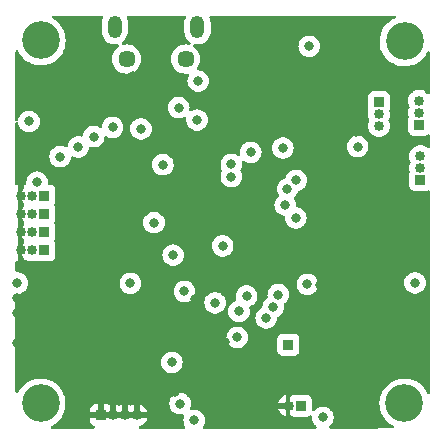
<source format=gbr>
%TF.GenerationSoftware,KiCad,Pcbnew,6.0.7-f9a2dced07~116~ubuntu22.04.1*%
%TF.CreationDate,2022-08-22T17:29:25+02:00*%
%TF.ProjectId,DroneHardware,44726f6e-6548-4617-9264-776172652e6b,rev?*%
%TF.SameCoordinates,Original*%
%TF.FileFunction,Copper,L2,Inr*%
%TF.FilePolarity,Positive*%
%FSLAX46Y46*%
G04 Gerber Fmt 4.6, Leading zero omitted, Abs format (unit mm)*
G04 Created by KiCad (PCBNEW 6.0.7-f9a2dced07~116~ubuntu22.04.1) date 2022-08-22 17:29:25*
%MOMM*%
%LPD*%
G01*
G04 APERTURE LIST*
%TA.AperFunction,ComponentPad*%
%ADD10R,0.850000X0.850000*%
%TD*%
%TA.AperFunction,ComponentPad*%
%ADD11O,0.850000X0.850000*%
%TD*%
%TA.AperFunction,ComponentPad*%
%ADD12O,1.200000X1.900000*%
%TD*%
%TA.AperFunction,ComponentPad*%
%ADD13C,1.450000*%
%TD*%
%TA.AperFunction,ComponentPad*%
%ADD14C,3.200000*%
%TD*%
%TA.AperFunction,ViaPad*%
%ADD15C,0.800000*%
%TD*%
G04 APERTURE END LIST*
D10*
%TO.N,PWM4*%
%TO.C,J208*%
X130890000Y-103460000D03*
D11*
%TO.N,+5V*%
X129890000Y-103460000D03*
%TO.N,GND*%
X128890000Y-103460000D03*
%TD*%
D10*
%TO.N,USART1_TX*%
%TO.C,J210*%
X162620000Y-92810000D03*
D11*
%TO.N,USART1_RX*%
X162620000Y-91810000D03*
%TO.N,unconnected-(J210-Pad3)*%
X162620000Y-90810000D03*
%TD*%
D10*
%TO.N,+5V*%
%TO.C,J202*%
X152600000Y-116620000D03*
D11*
%TO.N,GND*%
X151600000Y-116620000D03*
%TD*%
D12*
%TO.N,unconnected-(J201-Pad6)*%
%TO.C,J201*%
X143860000Y-84562500D03*
D13*
X137860000Y-87262500D03*
X142860000Y-87262500D03*
D12*
X136860000Y-84562500D03*
%TD*%
D10*
%TO.N,PWM3*%
%TO.C,J207*%
X130890000Y-101920000D03*
D11*
%TO.N,+5V*%
X129890000Y-101920000D03*
%TO.N,GND*%
X128890000Y-101920000D03*
%TD*%
D10*
%TO.N,USART6_TX*%
%TO.C,J209*%
X162720000Y-97490000D03*
D11*
%TO.N,USART6_RX*%
X162720000Y-96490000D03*
%TO.N,USART6_CK*%
X162720000Y-95490000D03*
%TD*%
D14*
%TO.N,*%
%TO.C,H201*%
X161380000Y-116420000D03*
%TD*%
D10*
%TO.N,PWM2*%
%TO.C,J206*%
X130890000Y-100370000D03*
D11*
%TO.N,+5V*%
X129890000Y-100370000D03*
%TO.N,GND*%
X128890000Y-100370000D03*
%TD*%
D14*
%TO.N,*%
%TO.C,H203*%
X161390000Y-85770000D03*
%TD*%
%TO.N,*%
%TO.C,H204*%
X130590000Y-85690000D03*
%TD*%
D10*
%TO.N,USART3_TX*%
%TO.C,J211*%
X159220000Y-90920000D03*
D11*
%TO.N,USART3_RX*%
X159220000Y-91920000D03*
%TO.N,unconnected-(J211-Pad3)*%
X159220000Y-92920000D03*
%TD*%
D14*
%TO.N,*%
%TO.C,H202*%
X130570000Y-116420000D03*
%TD*%
D10*
%TO.N,PWM1*%
%TO.C,J205*%
X130890000Y-98830000D03*
D11*
%TO.N,+5V*%
X129890000Y-98830000D03*
%TO.N,GND*%
X128890000Y-98830000D03*
%TD*%
D10*
%TO.N,BUCK_IN*%
%TO.C,J101*%
X151560000Y-111440000D03*
%TD*%
%TO.N,GND*%
%TO.C,J102*%
X135710000Y-117410000D03*
D11*
X136710000Y-117410000D03*
X137710000Y-117410000D03*
X138710000Y-117410000D03*
%TD*%
D15*
%TO.N,PWM1*%
X132225000Y-95525000D03*
%TO.N,PWM2*%
X133775000Y-94700000D03*
%TO.N,PWM3*%
X135075000Y-93825000D03*
%TO.N,PWM4*%
X136675000Y-93050000D03*
%TO.N,USB_D+*%
X151474498Y-98266962D03*
%TO.N,USB_D-*%
X152216962Y-97524498D03*
%TO.N,USB_D+*%
X146722929Y-97227596D03*
%TO.N,USB_D-*%
X146722929Y-96177596D03*
%TO.N,GND*%
X146150000Y-111225000D03*
%TO.N,BUCK_VOUT_3V3*%
X145350000Y-107900000D03*
%TO.N,GYRO_MOSI_PIN*%
X148025000Y-107325000D03*
%TO.N,GYRO_INT_EXTI*%
X149675000Y-109175000D03*
%TO.N,PWM1*%
X150275000Y-108250000D03*
%TO.N,PWM2*%
X150700000Y-107200000D03*
%TO.N,GYRO_MOSI_PIN*%
X147225000Y-110825000D03*
%TO.N,BUCK_VOUT_3V3*%
X128610000Y-106230000D03*
X140930000Y-96210000D03*
X143925000Y-89125000D03*
X153320000Y-86180000D03*
X143575000Y-117850000D03*
X162280000Y-106210000D03*
X140180000Y-101110000D03*
X153160000Y-106330000D03*
X157420000Y-94670000D03*
X143825000Y-92425000D03*
%TO.N,GND*%
X128600000Y-108780000D03*
X153160000Y-108250000D03*
X157280000Y-93480000D03*
X139520000Y-98110000D03*
X145800000Y-91600000D03*
X138540000Y-104120000D03*
X128610000Y-107530000D03*
X144340000Y-100680000D03*
X146175000Y-117950000D03*
X131180000Y-90770000D03*
X145450000Y-89125000D03*
X143620000Y-107550000D03*
X149075000Y-116775000D03*
X128600000Y-111340000D03*
X154300000Y-110480000D03*
X154200000Y-106360000D03*
X136250000Y-95525000D03*
X140160000Y-114400000D03*
X155825000Y-91875000D03*
X138425000Y-88700000D03*
X134700000Y-96925000D03*
X141950000Y-115480000D03*
X159060000Y-99850000D03*
X157040000Y-84200000D03*
X161580000Y-99740000D03*
X159990000Y-106100000D03*
X139060000Y-95290000D03*
X146950000Y-117275000D03*
%TO.N,+5V*%
X130280000Y-97690000D03*
X139075000Y-93175000D03*
X142270000Y-91380000D03*
X129590000Y-92540000D03*
X154480000Y-117610000D03*
%TO.N,SWDIO*%
X145990000Y-103080000D03*
X138170000Y-106250000D03*
%TO.N,SWCLK*%
X151090000Y-94790000D03*
X148370000Y-95160000D03*
%TO.N,PWM4*%
X141800000Y-103860000D03*
%TO.N,PWM3*%
X142748000Y-106934000D03*
%TO.N,GYRO_INT_EXTI*%
X142390000Y-116440000D03*
%TO.N,USART3_TX*%
X151280000Y-99630000D03*
%TO.N,GYRO_MISO_PIN*%
X147370000Y-108620000D03*
X141690000Y-112940000D03*
%TO.N,USART3_RX*%
X152180000Y-100710000D03*
%TD*%
%TA.AperFunction,Conductor*%
%TO.N,GND*%
G36*
X160518294Y-83586529D02*
G01*
X160586405Y-83606564D01*
X160632872Y-83660243D01*
X160642942Y-83730521D01*
X160613417Y-83795088D01*
X160567669Y-83828425D01*
X160527127Y-83845718D01*
X160434476Y-83885237D01*
X160434472Y-83885239D01*
X160430524Y-83886923D01*
X160413565Y-83897073D01*
X160187521Y-84032357D01*
X160187517Y-84032360D01*
X160183839Y-84034561D01*
X159959472Y-84214313D01*
X159761577Y-84422851D01*
X159593814Y-84656317D01*
X159459288Y-84910392D01*
X159360489Y-85180373D01*
X159299245Y-85461264D01*
X159298909Y-85465534D01*
X159278543Y-85724317D01*
X159276689Y-85747869D01*
X159293238Y-86034883D01*
X159294063Y-86039088D01*
X159294064Y-86039096D01*
X159319804Y-86170291D01*
X159348586Y-86316995D01*
X159349973Y-86321045D01*
X159349974Y-86321050D01*
X159436777Y-86574579D01*
X159441710Y-86588986D01*
X159444557Y-86594646D01*
X159559121Y-86822431D01*
X159570885Y-86845822D01*
X159733721Y-87082750D01*
X159927206Y-87295388D01*
X159930501Y-87298143D01*
X159930502Y-87298144D01*
X160097738Y-87437974D01*
X160147759Y-87479798D01*
X160391298Y-87632571D01*
X160653318Y-87750877D01*
X160657437Y-87752097D01*
X160924857Y-87831311D01*
X160924862Y-87831312D01*
X160928970Y-87832529D01*
X160933204Y-87833177D01*
X160933209Y-87833178D01*
X161181811Y-87871219D01*
X161213153Y-87876015D01*
X161359485Y-87878314D01*
X161496317Y-87880464D01*
X161496323Y-87880464D01*
X161500608Y-87880531D01*
X161504860Y-87880016D01*
X161504868Y-87880016D01*
X161781756Y-87846508D01*
X161781761Y-87846507D01*
X161786017Y-87845992D01*
X161961267Y-87800016D01*
X162059954Y-87774126D01*
X162059955Y-87774126D01*
X162064097Y-87773039D01*
X162329704Y-87663021D01*
X162463798Y-87584663D01*
X162574219Y-87520138D01*
X162574220Y-87520137D01*
X162577922Y-87517974D01*
X162804159Y-87340582D01*
X162845285Y-87298144D01*
X163001244Y-87137206D01*
X163004227Y-87134128D01*
X163006760Y-87130680D01*
X163006764Y-87130675D01*
X163171887Y-86905886D01*
X163174425Y-86902431D01*
X163311604Y-86649779D01*
X163312373Y-86647743D01*
X163358584Y-86594516D01*
X163426724Y-86574579D01*
X163494825Y-86594646D01*
X163541267Y-86648346D01*
X163552603Y-86700620D01*
X163551501Y-90121244D01*
X163531477Y-90189358D01*
X163477806Y-90235833D01*
X163407529Y-90245915D01*
X163342958Y-90216401D01*
X163331877Y-90205525D01*
X163248074Y-90112453D01*
X163150049Y-90041233D01*
X163094663Y-90000993D01*
X163094662Y-90000992D01*
X163089321Y-89997112D01*
X163083293Y-89994428D01*
X163083291Y-89994427D01*
X162916087Y-89919983D01*
X162916086Y-89919983D01*
X162910056Y-89917298D01*
X162814086Y-89896899D01*
X162724572Y-89877872D01*
X162724568Y-89877872D01*
X162718115Y-89876500D01*
X162521885Y-89876500D01*
X162515432Y-89877872D01*
X162515428Y-89877872D01*
X162425914Y-89896899D01*
X162329944Y-89917298D01*
X162323914Y-89919983D01*
X162323913Y-89919983D01*
X162156709Y-89994427D01*
X162156707Y-89994428D01*
X162150679Y-89997112D01*
X162145338Y-90000992D01*
X162145337Y-90000993D01*
X162089952Y-90041233D01*
X161991926Y-90112453D01*
X161987505Y-90117363D01*
X161987504Y-90117364D01*
X161869614Y-90248295D01*
X161860623Y-90258280D01*
X161857322Y-90263998D01*
X161787644Y-90384684D01*
X161762508Y-90428220D01*
X161701870Y-90614845D01*
X161681358Y-90810000D01*
X161682048Y-90816565D01*
X161684317Y-90838148D01*
X161701870Y-91005155D01*
X161762508Y-91191780D01*
X161765811Y-91197502D01*
X161765812Y-91197503D01*
X161794389Y-91247000D01*
X161811127Y-91315996D01*
X161794389Y-91373000D01*
X161780804Y-91396531D01*
X161762508Y-91428220D01*
X161760466Y-91434505D01*
X161709389Y-91591705D01*
X161701870Y-91614845D01*
X161701180Y-91621408D01*
X161701180Y-91621409D01*
X161687501Y-91751556D01*
X161681358Y-91810000D01*
X161682048Y-91816565D01*
X161701134Y-91998148D01*
X161701870Y-92005155D01*
X161703911Y-92011436D01*
X161703911Y-92011437D01*
X161731167Y-92095325D01*
X161733194Y-92166292D01*
X161729316Y-92178489D01*
X161696029Y-92267282D01*
X161696027Y-92267288D01*
X161693255Y-92274684D01*
X161686500Y-92336866D01*
X161686500Y-93283134D01*
X161693255Y-93345316D01*
X161744385Y-93481705D01*
X161831739Y-93598261D01*
X161948295Y-93685615D01*
X162084684Y-93736745D01*
X162146866Y-93743500D01*
X163093134Y-93743500D01*
X163155316Y-93736745D01*
X163291705Y-93685615D01*
X163348770Y-93642847D01*
X163415276Y-93617999D01*
X163484659Y-93633052D01*
X163534889Y-93683226D01*
X163550335Y-93743714D01*
X163550158Y-94293891D01*
X163550034Y-94680993D01*
X163550030Y-94692264D01*
X163530006Y-94760378D01*
X163476335Y-94806853D01*
X163406058Y-94816935D01*
X163349525Y-94790455D01*
X163348074Y-94792453D01*
X163194663Y-94680993D01*
X163194662Y-94680992D01*
X163189321Y-94677112D01*
X163183293Y-94674428D01*
X163183291Y-94674427D01*
X163016087Y-94599983D01*
X163016086Y-94599983D01*
X163010056Y-94597298D01*
X162914086Y-94576899D01*
X162824572Y-94557872D01*
X162824568Y-94557872D01*
X162818115Y-94556500D01*
X162621885Y-94556500D01*
X162615432Y-94557872D01*
X162615428Y-94557872D01*
X162525914Y-94576899D01*
X162429944Y-94597298D01*
X162423914Y-94599983D01*
X162423913Y-94599983D01*
X162256709Y-94674427D01*
X162256707Y-94674428D01*
X162250679Y-94677112D01*
X162245338Y-94680992D01*
X162245337Y-94680993D01*
X162097444Y-94788444D01*
X162091926Y-94792453D01*
X162087505Y-94797363D01*
X162087504Y-94797364D01*
X161998507Y-94896206D01*
X161960623Y-94938280D01*
X161862508Y-95108220D01*
X161860466Y-95114505D01*
X161809791Y-95270468D01*
X161801870Y-95294845D01*
X161801180Y-95301408D01*
X161801180Y-95301409D01*
X161801026Y-95302872D01*
X161781358Y-95490000D01*
X161782048Y-95496565D01*
X161799244Y-95660166D01*
X161801870Y-95685155D01*
X161862508Y-95871780D01*
X161865811Y-95877502D01*
X161865812Y-95877503D01*
X161894389Y-95927000D01*
X161911127Y-95995996D01*
X161894389Y-96053000D01*
X161892527Y-96056226D01*
X161862508Y-96108220D01*
X161801870Y-96294845D01*
X161801180Y-96301408D01*
X161801180Y-96301409D01*
X161782048Y-96483435D01*
X161781358Y-96490000D01*
X161782048Y-96496565D01*
X161798775Y-96655704D01*
X161801870Y-96685155D01*
X161803911Y-96691436D01*
X161803911Y-96691437D01*
X161831167Y-96775325D01*
X161833194Y-96846292D01*
X161829316Y-96858489D01*
X161796029Y-96947282D01*
X161796027Y-96947288D01*
X161793255Y-96954684D01*
X161786500Y-97016866D01*
X161786500Y-97963134D01*
X161793255Y-98025316D01*
X161844385Y-98161705D01*
X161931739Y-98278261D01*
X162048295Y-98365615D01*
X162184684Y-98416745D01*
X162246866Y-98423500D01*
X163193134Y-98423500D01*
X163255316Y-98416745D01*
X163378578Y-98370536D01*
X163449386Y-98365353D01*
X163511755Y-98399274D01*
X163545884Y-98461529D01*
X163548808Y-98488557D01*
X163543386Y-115328995D01*
X163543332Y-115495316D01*
X163523308Y-115563430D01*
X163469637Y-115609905D01*
X163399360Y-115619987D01*
X163334789Y-115590473D01*
X163305366Y-115553065D01*
X163189715Y-115328995D01*
X163189715Y-115328994D01*
X163187750Y-115325188D01*
X163174488Y-115306317D01*
X163024904Y-115093482D01*
X163022441Y-115089977D01*
X162826740Y-114879378D01*
X162604268Y-114697287D01*
X162359142Y-114547073D01*
X162341048Y-114539130D01*
X162099830Y-114433243D01*
X162095898Y-114431517D01*
X162069963Y-114424129D01*
X161823534Y-114353932D01*
X161823535Y-114353932D01*
X161819406Y-114352756D01*
X161606704Y-114322485D01*
X161539036Y-114312854D01*
X161539034Y-114312854D01*
X161534784Y-114312249D01*
X161530495Y-114312227D01*
X161530488Y-114312226D01*
X161251583Y-114310765D01*
X161251576Y-114310765D01*
X161247297Y-114310743D01*
X161243053Y-114311302D01*
X161243049Y-114311302D01*
X161117660Y-114327810D01*
X160962266Y-114348268D01*
X160958126Y-114349401D01*
X160958124Y-114349401D01*
X160881311Y-114370415D01*
X160684964Y-114424129D01*
X160681016Y-114425813D01*
X160424476Y-114535237D01*
X160424472Y-114535239D01*
X160420524Y-114536923D01*
X160295960Y-114611473D01*
X160177521Y-114682357D01*
X160177517Y-114682360D01*
X160173839Y-114684561D01*
X159949472Y-114864313D01*
X159751577Y-115072851D01*
X159583814Y-115306317D01*
X159581805Y-115310112D01*
X159581804Y-115310113D01*
X159575678Y-115321683D01*
X159449288Y-115560392D01*
X159447813Y-115564423D01*
X159357422Y-115811429D01*
X159350489Y-115830373D01*
X159289245Y-116111264D01*
X159288909Y-116115534D01*
X159269444Y-116362868D01*
X159266689Y-116397869D01*
X159283238Y-116684883D01*
X159284063Y-116689088D01*
X159284064Y-116689096D01*
X159303642Y-116788883D01*
X159338586Y-116966995D01*
X159339973Y-116971045D01*
X159339974Y-116971050D01*
X159402725Y-117154329D01*
X159431710Y-117238986D01*
X159468963Y-117313056D01*
X159526088Y-117426635D01*
X159560885Y-117495822D01*
X159723721Y-117732750D01*
X159726608Y-117735923D01*
X159726609Y-117735924D01*
X159863613Y-117886490D01*
X159917206Y-117945388D01*
X159920501Y-117948143D01*
X159920502Y-117948144D01*
X160115344Y-118111056D01*
X160137759Y-118129798D01*
X160381298Y-118282571D01*
X160385211Y-118284338D01*
X160385217Y-118284341D01*
X160426200Y-118302845D01*
X160480055Y-118349107D01*
X160500349Y-118417141D01*
X160480639Y-118485347D01*
X160427184Y-118532070D01*
X160374425Y-118543682D01*
X157772945Y-118545236D01*
X155124074Y-118546819D01*
X155055943Y-118526858D01*
X155009418Y-118473230D01*
X154999272Y-118402962D01*
X155028726Y-118338363D01*
X155049938Y-118318884D01*
X155085907Y-118292751D01*
X155085912Y-118292746D01*
X155091253Y-118288866D01*
X155118252Y-118258881D01*
X155214621Y-118151852D01*
X155214622Y-118151851D01*
X155219040Y-118146944D01*
X155309316Y-117990582D01*
X155311223Y-117987279D01*
X155311224Y-117987278D01*
X155314527Y-117981556D01*
X155373542Y-117799928D01*
X155387552Y-117666635D01*
X155392814Y-117616565D01*
X155393504Y-117610000D01*
X155392814Y-117603435D01*
X155374232Y-117426635D01*
X155374232Y-117426633D01*
X155373542Y-117420072D01*
X155314527Y-117238444D01*
X155310298Y-117231118D01*
X155222341Y-117078774D01*
X155219040Y-117073056D01*
X155173708Y-117022709D01*
X155095675Y-116936045D01*
X155095674Y-116936044D01*
X155091253Y-116931134D01*
X154936752Y-116818882D01*
X154930724Y-116816198D01*
X154930722Y-116816197D01*
X154768319Y-116743891D01*
X154768318Y-116743891D01*
X154762288Y-116741206D01*
X154668888Y-116721353D01*
X154581944Y-116702872D01*
X154581939Y-116702872D01*
X154575487Y-116701500D01*
X154384513Y-116701500D01*
X154378061Y-116702872D01*
X154378056Y-116702872D01*
X154291112Y-116721353D01*
X154197712Y-116741206D01*
X154191682Y-116743891D01*
X154191681Y-116743891D01*
X154029278Y-116816197D01*
X154029276Y-116816198D01*
X154023248Y-116818882D01*
X153868747Y-116931134D01*
X153864326Y-116936044D01*
X153864325Y-116936045D01*
X153753136Y-117059533D01*
X153692690Y-117096773D01*
X153621706Y-117095421D01*
X153562722Y-117055908D01*
X153534464Y-116990777D01*
X153533500Y-116975223D01*
X153533500Y-116146866D01*
X153526745Y-116084684D01*
X153475615Y-115948295D01*
X153388261Y-115831739D01*
X153271705Y-115744385D01*
X153135316Y-115693255D01*
X153073134Y-115686500D01*
X152126866Y-115686500D01*
X152064684Y-115693255D01*
X151984750Y-115723221D01*
X151974424Y-115727092D01*
X151903616Y-115732275D01*
X151891258Y-115728943D01*
X151883448Y-115726405D01*
X151871720Y-115723912D01*
X151857659Y-115724985D01*
X151854000Y-115734941D01*
X151854000Y-115739087D01*
X151833998Y-115807208D01*
X151818025Y-115827028D01*
X151811739Y-115831739D01*
X151724385Y-115948295D01*
X151673255Y-116084684D01*
X151666500Y-116146866D01*
X151666500Y-117093134D01*
X151673255Y-117155316D01*
X151724385Y-117291705D01*
X151811739Y-117408261D01*
X151817518Y-117412592D01*
X151851121Y-117474130D01*
X151854000Y-117500913D01*
X151854000Y-117501739D01*
X151857973Y-117515270D01*
X151868468Y-117516779D01*
X151883448Y-117513595D01*
X151891258Y-117511057D01*
X151962226Y-117509030D01*
X151974424Y-117512908D01*
X152064684Y-117546745D01*
X152126866Y-117553500D01*
X153073134Y-117553500D01*
X153135316Y-117546745D01*
X153271705Y-117495615D01*
X153350763Y-117436364D01*
X153373696Y-117419177D01*
X153440202Y-117394329D01*
X153509585Y-117409382D01*
X153559815Y-117459556D01*
X153574571Y-117533173D01*
X153566496Y-117610000D01*
X153567186Y-117616565D01*
X153572449Y-117666635D01*
X153586458Y-117799928D01*
X153645473Y-117981556D01*
X153648776Y-117987278D01*
X153648777Y-117987279D01*
X153650684Y-117990582D01*
X153740960Y-118146944D01*
X153745378Y-118151851D01*
X153745379Y-118151852D01*
X153841748Y-118258881D01*
X153868747Y-118288866D01*
X153874093Y-118292750D01*
X153874094Y-118292751D01*
X153911120Y-118319653D01*
X153954474Y-118375876D01*
X153960548Y-118446612D01*
X153927415Y-118509403D01*
X153865595Y-118544314D01*
X153837137Y-118547588D01*
X149036480Y-118550455D01*
X144436363Y-118553203D01*
X144368231Y-118533242D01*
X144321706Y-118479614D01*
X144311560Y-118409346D01*
X144327168Y-118364205D01*
X144387977Y-118258881D01*
X144406223Y-118227279D01*
X144406224Y-118227278D01*
X144409527Y-118221556D01*
X144468542Y-118039928D01*
X144473729Y-117990582D01*
X144487814Y-117856565D01*
X144488504Y-117850000D01*
X144482964Y-117797291D01*
X144469232Y-117666635D01*
X144469232Y-117666633D01*
X144468542Y-117660072D01*
X144409527Y-117478444D01*
X144314040Y-117313056D01*
X144302086Y-117299779D01*
X144190675Y-117176045D01*
X144190674Y-117176044D01*
X144186253Y-117171134D01*
X144031752Y-117058882D01*
X144025724Y-117056198D01*
X144025722Y-117056197D01*
X143863319Y-116983891D01*
X143863318Y-116983891D01*
X143857288Y-116981206D01*
X143763887Y-116961353D01*
X143676944Y-116942872D01*
X143676939Y-116942872D01*
X143670487Y-116941500D01*
X143479513Y-116941500D01*
X143473061Y-116942872D01*
X143473056Y-116942872D01*
X143399140Y-116958584D01*
X143373725Y-116963986D01*
X143302935Y-116958584D01*
X143246303Y-116915767D01*
X143234994Y-116885000D01*
X150705090Y-116885000D01*
X150740927Y-116995296D01*
X150746267Y-117007291D01*
X150837730Y-117165709D01*
X150845446Y-117176328D01*
X150967843Y-117312265D01*
X150977606Y-117321056D01*
X151125588Y-117428571D01*
X151136960Y-117435137D01*
X151304068Y-117509538D01*
X151316556Y-117513595D01*
X151328280Y-117516088D01*
X151342341Y-117515015D01*
X151346000Y-117505059D01*
X151346000Y-116892115D01*
X151341525Y-116876876D01*
X151340135Y-116875671D01*
X151332452Y-116874000D01*
X150719631Y-116874000D01*
X150706100Y-116877973D01*
X150705090Y-116885000D01*
X143234994Y-116885000D01*
X143221809Y-116849130D01*
X143227696Y-116801803D01*
X143251374Y-116728930D01*
X143283542Y-116629928D01*
X143286538Y-116601429D01*
X143302814Y-116446565D01*
X143303504Y-116440000D01*
X143295397Y-116362868D01*
X150706712Y-116362868D01*
X150713083Y-116366000D01*
X151327885Y-116366000D01*
X151343124Y-116361525D01*
X151344329Y-116360135D01*
X151346000Y-116352452D01*
X151346000Y-115738261D01*
X151342027Y-115724730D01*
X151331532Y-115723221D01*
X151316556Y-115726405D01*
X151304068Y-115730462D01*
X151136961Y-115804863D01*
X151125589Y-115811429D01*
X150977606Y-115918944D01*
X150967843Y-115927735D01*
X150845446Y-116063672D01*
X150837730Y-116074291D01*
X150746267Y-116232709D01*
X150740927Y-116244704D01*
X150707115Y-116348768D01*
X150706712Y-116362868D01*
X143295397Y-116362868D01*
X143295110Y-116360135D01*
X143284232Y-116256635D01*
X143284232Y-116256633D01*
X143283542Y-116250072D01*
X143224527Y-116068444D01*
X143129040Y-115903056D01*
X143067371Y-115834565D01*
X143005675Y-115766045D01*
X143005674Y-115766044D01*
X143001253Y-115761134D01*
X142846752Y-115648882D01*
X142840724Y-115646198D01*
X142840722Y-115646197D01*
X142678319Y-115573891D01*
X142678318Y-115573891D01*
X142672288Y-115571206D01*
X142578888Y-115551353D01*
X142491944Y-115532872D01*
X142491939Y-115532872D01*
X142485487Y-115531500D01*
X142294513Y-115531500D01*
X142288061Y-115532872D01*
X142288056Y-115532872D01*
X142201112Y-115551353D01*
X142107712Y-115571206D01*
X142101682Y-115573891D01*
X142101681Y-115573891D01*
X141939278Y-115646197D01*
X141939276Y-115646198D01*
X141933248Y-115648882D01*
X141778747Y-115761134D01*
X141774326Y-115766044D01*
X141774325Y-115766045D01*
X141712630Y-115834565D01*
X141650960Y-115903056D01*
X141555473Y-116068444D01*
X141496458Y-116250072D01*
X141495768Y-116256633D01*
X141495768Y-116256635D01*
X141484890Y-116360135D01*
X141476496Y-116440000D01*
X141477186Y-116446565D01*
X141493463Y-116601429D01*
X141496458Y-116629928D01*
X141555473Y-116811556D01*
X141558776Y-116817278D01*
X141558777Y-116817279D01*
X141561943Y-116822763D01*
X141650960Y-116976944D01*
X141655378Y-116981851D01*
X141655379Y-116981852D01*
X141774325Y-117113955D01*
X141778747Y-117118866D01*
X141933248Y-117231118D01*
X141939276Y-117233802D01*
X141939278Y-117233803D01*
X142095945Y-117303555D01*
X142107712Y-117308794D01*
X142201112Y-117328647D01*
X142288056Y-117347128D01*
X142288061Y-117347128D01*
X142294513Y-117348500D01*
X142485487Y-117348500D01*
X142491939Y-117347128D01*
X142491944Y-117347128D01*
X142567415Y-117331086D01*
X142591275Y-117326014D01*
X142662065Y-117331416D01*
X142718697Y-117374233D01*
X142743191Y-117440870D01*
X142737304Y-117488197D01*
X142681458Y-117660072D01*
X142680768Y-117666633D01*
X142680768Y-117666635D01*
X142667036Y-117797291D01*
X142661496Y-117850000D01*
X142662186Y-117856565D01*
X142676272Y-117990582D01*
X142681458Y-118039928D01*
X142740473Y-118221556D01*
X142743776Y-118227278D01*
X142743777Y-118227279D01*
X142823424Y-118365232D01*
X142840162Y-118434228D01*
X142816941Y-118501319D01*
X142761134Y-118545206D01*
X142714382Y-118554232D01*
X139836990Y-118555951D01*
X139002748Y-118556449D01*
X138934616Y-118536488D01*
X138888091Y-118482860D01*
X138877945Y-118412592D01*
X138907399Y-118347993D01*
X138967102Y-118309574D01*
X138976477Y-118307202D01*
X138993443Y-118303596D01*
X139005932Y-118299538D01*
X139173040Y-118225137D01*
X139184412Y-118218571D01*
X139332394Y-118111056D01*
X139342157Y-118102265D01*
X139464554Y-117966328D01*
X139472270Y-117955709D01*
X139563733Y-117797291D01*
X139569073Y-117785296D01*
X139602885Y-117681232D01*
X139603288Y-117667132D01*
X139596917Y-117664000D01*
X134795116Y-117664000D01*
X134779877Y-117668475D01*
X134778672Y-117669865D01*
X134777001Y-117677548D01*
X134777001Y-117879669D01*
X134777371Y-117886490D01*
X134782895Y-117937352D01*
X134786521Y-117952604D01*
X134831676Y-118073054D01*
X134840214Y-118088649D01*
X134916715Y-118190724D01*
X134929276Y-118203285D01*
X135031351Y-118279786D01*
X135046946Y-118288324D01*
X135117609Y-118314815D01*
X135174374Y-118357457D01*
X135199073Y-118424019D01*
X135183865Y-118493368D01*
X135133579Y-118543486D01*
X135073456Y-118558797D01*
X131544779Y-118560905D01*
X131476648Y-118540944D01*
X131430123Y-118487316D01*
X131419977Y-118417048D01*
X131449431Y-118352449D01*
X131496484Y-118318497D01*
X131497930Y-118317898D01*
X131509704Y-118313021D01*
X131665356Y-118222065D01*
X131754219Y-118170138D01*
X131754220Y-118170137D01*
X131757922Y-118167974D01*
X131984159Y-117990582D01*
X131998997Y-117975271D01*
X132181244Y-117787206D01*
X132184227Y-117784128D01*
X132186760Y-117780680D01*
X132186764Y-117780675D01*
X132351887Y-117555886D01*
X132354425Y-117552431D01*
X132357512Y-117546745D01*
X132489554Y-117303555D01*
X132489555Y-117303553D01*
X132491604Y-117299779D01*
X132552779Y-117137885D01*
X134777000Y-117137885D01*
X134781475Y-117153124D01*
X134782865Y-117154329D01*
X134790548Y-117156000D01*
X135437885Y-117156000D01*
X135453124Y-117151525D01*
X135454329Y-117150135D01*
X135456000Y-117142452D01*
X135456000Y-117137885D01*
X135964000Y-117137885D01*
X135968475Y-117153124D01*
X135969865Y-117154329D01*
X135977548Y-117156000D01*
X136437885Y-117156000D01*
X136453124Y-117151525D01*
X136454329Y-117150135D01*
X136456000Y-117142452D01*
X136456000Y-117137885D01*
X136964000Y-117137885D01*
X136968475Y-117153124D01*
X136969865Y-117154329D01*
X136977548Y-117156000D01*
X137437885Y-117156000D01*
X137453124Y-117151525D01*
X137454329Y-117150135D01*
X137456000Y-117142452D01*
X137456000Y-117137885D01*
X137964000Y-117137885D01*
X137968475Y-117153124D01*
X137969865Y-117154329D01*
X137977548Y-117156000D01*
X138437885Y-117156000D01*
X138453124Y-117151525D01*
X138454329Y-117150135D01*
X138456000Y-117142452D01*
X138456000Y-117137885D01*
X138964000Y-117137885D01*
X138968475Y-117153124D01*
X138969865Y-117154329D01*
X138977548Y-117156000D01*
X139590369Y-117156000D01*
X139603900Y-117152027D01*
X139604910Y-117145000D01*
X139569073Y-117034704D01*
X139563733Y-117022709D01*
X139472270Y-116864291D01*
X139464554Y-116853672D01*
X139342157Y-116717735D01*
X139332394Y-116708944D01*
X139184412Y-116601429D01*
X139173040Y-116594863D01*
X139005932Y-116520462D01*
X138993444Y-116516405D01*
X138981720Y-116513912D01*
X138967659Y-116514985D01*
X138964000Y-116524941D01*
X138964000Y-117137885D01*
X138456000Y-117137885D01*
X138456000Y-116528261D01*
X138452027Y-116514730D01*
X138441532Y-116513221D01*
X138426556Y-116516405D01*
X138414068Y-116520462D01*
X138261249Y-116588502D01*
X138190882Y-116597936D01*
X138158751Y-116588502D01*
X138005932Y-116520462D01*
X137993444Y-116516405D01*
X137981720Y-116513912D01*
X137967659Y-116514985D01*
X137964000Y-116524941D01*
X137964000Y-117137885D01*
X137456000Y-117137885D01*
X137456000Y-116528261D01*
X137452027Y-116514730D01*
X137441532Y-116513221D01*
X137426556Y-116516405D01*
X137414068Y-116520462D01*
X137261249Y-116588502D01*
X137190882Y-116597936D01*
X137158751Y-116588502D01*
X137005932Y-116520462D01*
X136993444Y-116516405D01*
X136981720Y-116513912D01*
X136967659Y-116514985D01*
X136964000Y-116524941D01*
X136964000Y-117137885D01*
X136456000Y-117137885D01*
X136456000Y-116528261D01*
X136452027Y-116514730D01*
X136441532Y-116513221D01*
X136426554Y-116516405D01*
X136417983Y-116519190D01*
X136347015Y-116521219D01*
X136334815Y-116517340D01*
X136252609Y-116486522D01*
X136237351Y-116482895D01*
X136186486Y-116477369D01*
X136179672Y-116477000D01*
X135982115Y-116477000D01*
X135966876Y-116481475D01*
X135965671Y-116482865D01*
X135964000Y-116490548D01*
X135964000Y-117137885D01*
X135456000Y-117137885D01*
X135456000Y-116495116D01*
X135451525Y-116479877D01*
X135450135Y-116478672D01*
X135442452Y-116477001D01*
X135240331Y-116477001D01*
X135233510Y-116477371D01*
X135182648Y-116482895D01*
X135167396Y-116486521D01*
X135046946Y-116531676D01*
X135031351Y-116540214D01*
X134929276Y-116616715D01*
X134916715Y-116629276D01*
X134840214Y-116731351D01*
X134831676Y-116746946D01*
X134786522Y-116867394D01*
X134782895Y-116882649D01*
X134777369Y-116933514D01*
X134777000Y-116940328D01*
X134777000Y-117137885D01*
X132552779Y-117137885D01*
X132568314Y-117096773D01*
X132591707Y-117034866D01*
X132591708Y-117034862D01*
X132593225Y-117030848D01*
X132624999Y-116892115D01*
X132656449Y-116754797D01*
X132656450Y-116754793D01*
X132657407Y-116750613D01*
X132660342Y-116717735D01*
X132682743Y-116466726D01*
X132682743Y-116466724D01*
X132682963Y-116464260D01*
X132683427Y-116420000D01*
X132672290Y-116256635D01*
X132664165Y-116137452D01*
X132664164Y-116137446D01*
X132663873Y-116133175D01*
X132659336Y-116111264D01*
X132616218Y-115903056D01*
X132605574Y-115851658D01*
X132509607Y-115580657D01*
X132377750Y-115325188D01*
X132364488Y-115306317D01*
X132214904Y-115093482D01*
X132212441Y-115089977D01*
X132016740Y-114879378D01*
X131794268Y-114697287D01*
X131549142Y-114547073D01*
X131531048Y-114539130D01*
X131289830Y-114433243D01*
X131285898Y-114431517D01*
X131259963Y-114424129D01*
X131013534Y-114353932D01*
X131013535Y-114353932D01*
X131009406Y-114352756D01*
X130796704Y-114322485D01*
X130729036Y-114312854D01*
X130729034Y-114312854D01*
X130724784Y-114312249D01*
X130720495Y-114312227D01*
X130720488Y-114312226D01*
X130441583Y-114310765D01*
X130441576Y-114310765D01*
X130437297Y-114310743D01*
X130433053Y-114311302D01*
X130433049Y-114311302D01*
X130307660Y-114327810D01*
X130152266Y-114348268D01*
X130148126Y-114349401D01*
X130148124Y-114349401D01*
X130071311Y-114370415D01*
X129874964Y-114424129D01*
X129871016Y-114425813D01*
X129614476Y-114535237D01*
X129614472Y-114535239D01*
X129610524Y-114536923D01*
X129485960Y-114611473D01*
X129367521Y-114682357D01*
X129367517Y-114682360D01*
X129363839Y-114684561D01*
X129139472Y-114864313D01*
X128941577Y-115072851D01*
X128773814Y-115306317D01*
X128761807Y-115328995D01*
X128685463Y-115473182D01*
X128635910Y-115524026D01*
X128566736Y-115540007D01*
X128499902Y-115516053D01*
X128456629Y-115459769D01*
X128448109Y-115414270D01*
X128448075Y-115321683D01*
X128447183Y-112940000D01*
X140776496Y-112940000D01*
X140796458Y-113129928D01*
X140855473Y-113311556D01*
X140950960Y-113476944D01*
X141078747Y-113618866D01*
X141233248Y-113731118D01*
X141239276Y-113733802D01*
X141239278Y-113733803D01*
X141401681Y-113806109D01*
X141407712Y-113808794D01*
X141501113Y-113828647D01*
X141588056Y-113847128D01*
X141588061Y-113847128D01*
X141594513Y-113848500D01*
X141785487Y-113848500D01*
X141791939Y-113847128D01*
X141791944Y-113847128D01*
X141878887Y-113828647D01*
X141972288Y-113808794D01*
X141978319Y-113806109D01*
X142140722Y-113733803D01*
X142140724Y-113733802D01*
X142146752Y-113731118D01*
X142301253Y-113618866D01*
X142429040Y-113476944D01*
X142524527Y-113311556D01*
X142583542Y-113129928D01*
X142603504Y-112940000D01*
X142583542Y-112750072D01*
X142524527Y-112568444D01*
X142429040Y-112403056D01*
X142402096Y-112373131D01*
X142305675Y-112266045D01*
X142305674Y-112266044D01*
X142301253Y-112261134D01*
X142146752Y-112148882D01*
X142140724Y-112146198D01*
X142140722Y-112146197D01*
X141978319Y-112073891D01*
X141978318Y-112073891D01*
X141972288Y-112071206D01*
X141878888Y-112051353D01*
X141791944Y-112032872D01*
X141791939Y-112032872D01*
X141785487Y-112031500D01*
X141594513Y-112031500D01*
X141588061Y-112032872D01*
X141588056Y-112032872D01*
X141501112Y-112051353D01*
X141407712Y-112071206D01*
X141401682Y-112073891D01*
X141401681Y-112073891D01*
X141239278Y-112146197D01*
X141239276Y-112146198D01*
X141233248Y-112148882D01*
X141078747Y-112261134D01*
X141074326Y-112266044D01*
X141074325Y-112266045D01*
X140977905Y-112373131D01*
X140950960Y-112403056D01*
X140855473Y-112568444D01*
X140796458Y-112750072D01*
X140776496Y-112940000D01*
X128447183Y-112940000D01*
X128446798Y-111913134D01*
X150626500Y-111913134D01*
X150633255Y-111975316D01*
X150684385Y-112111705D01*
X150771739Y-112228261D01*
X150888295Y-112315615D01*
X151024684Y-112366745D01*
X151086866Y-112373500D01*
X152033134Y-112373500D01*
X152095316Y-112366745D01*
X152231705Y-112315615D01*
X152348261Y-112228261D01*
X152435615Y-112111705D01*
X152486745Y-111975316D01*
X152493500Y-111913134D01*
X152493500Y-110966866D01*
X152486745Y-110904684D01*
X152435615Y-110768295D01*
X152348261Y-110651739D01*
X152231705Y-110564385D01*
X152095316Y-110513255D01*
X152033134Y-110506500D01*
X151086866Y-110506500D01*
X151024684Y-110513255D01*
X150888295Y-110564385D01*
X150771739Y-110651739D01*
X150684385Y-110768295D01*
X150633255Y-110904684D01*
X150626500Y-110966866D01*
X150626500Y-111913134D01*
X128446798Y-111913134D01*
X128446731Y-111733500D01*
X128446391Y-110825000D01*
X146311496Y-110825000D01*
X146312186Y-110831565D01*
X146326407Y-110966866D01*
X146331458Y-111014928D01*
X146390473Y-111196556D01*
X146485960Y-111361944D01*
X146613747Y-111503866D01*
X146768248Y-111616118D01*
X146774276Y-111618802D01*
X146774278Y-111618803D01*
X146936681Y-111691109D01*
X146942712Y-111693794D01*
X147036113Y-111713647D01*
X147123056Y-111732128D01*
X147123061Y-111732128D01*
X147129513Y-111733500D01*
X147320487Y-111733500D01*
X147326939Y-111732128D01*
X147326944Y-111732128D01*
X147413887Y-111713647D01*
X147507288Y-111693794D01*
X147513319Y-111691109D01*
X147675722Y-111618803D01*
X147675724Y-111618802D01*
X147681752Y-111616118D01*
X147836253Y-111503866D01*
X147964040Y-111361944D01*
X148059527Y-111196556D01*
X148118542Y-111014928D01*
X148123594Y-110966866D01*
X148137814Y-110831565D01*
X148138504Y-110825000D01*
X148131789Y-110761109D01*
X148119232Y-110641635D01*
X148119232Y-110641633D01*
X148118542Y-110635072D01*
X148059527Y-110453444D01*
X147964040Y-110288056D01*
X147836253Y-110146134D01*
X147681752Y-110033882D01*
X147675724Y-110031198D01*
X147675722Y-110031197D01*
X147513319Y-109958891D01*
X147513318Y-109958891D01*
X147507288Y-109956206D01*
X147413887Y-109936353D01*
X147326944Y-109917872D01*
X147326939Y-109917872D01*
X147320487Y-109916500D01*
X147129513Y-109916500D01*
X147123061Y-109917872D01*
X147123056Y-109917872D01*
X147036112Y-109936353D01*
X146942712Y-109956206D01*
X146936682Y-109958891D01*
X146936681Y-109958891D01*
X146774278Y-110031197D01*
X146774276Y-110031198D01*
X146768248Y-110033882D01*
X146613747Y-110146134D01*
X146485960Y-110288056D01*
X146390473Y-110453444D01*
X146331458Y-110635072D01*
X146330768Y-110641633D01*
X146330768Y-110641635D01*
X146318211Y-110761109D01*
X146311496Y-110825000D01*
X128446391Y-110825000D01*
X128445296Y-107900000D01*
X144436496Y-107900000D01*
X144456458Y-108089928D01*
X144515473Y-108271556D01*
X144610960Y-108436944D01*
X144615378Y-108441851D01*
X144615379Y-108441852D01*
X144664255Y-108496134D01*
X144738747Y-108578866D01*
X144893248Y-108691118D01*
X144899276Y-108693802D01*
X144899278Y-108693803D01*
X145061681Y-108766109D01*
X145067712Y-108768794D01*
X145153101Y-108786944D01*
X145248056Y-108807128D01*
X145248061Y-108807128D01*
X145254513Y-108808500D01*
X145445487Y-108808500D01*
X145451939Y-108807128D01*
X145451944Y-108807128D01*
X145546899Y-108786944D01*
X145632288Y-108768794D01*
X145638319Y-108766109D01*
X145800722Y-108693803D01*
X145800724Y-108693802D01*
X145806752Y-108691118D01*
X145904637Y-108620000D01*
X146456496Y-108620000D01*
X146476458Y-108809928D01*
X146535473Y-108991556D01*
X146630960Y-109156944D01*
X146635378Y-109161851D01*
X146635379Y-109161852D01*
X146647218Y-109175000D01*
X146758747Y-109298866D01*
X146913248Y-109411118D01*
X146919276Y-109413802D01*
X146919278Y-109413803D01*
X147081681Y-109486109D01*
X147087712Y-109488794D01*
X147181112Y-109508647D01*
X147268056Y-109527128D01*
X147268061Y-109527128D01*
X147274513Y-109528500D01*
X147465487Y-109528500D01*
X147471939Y-109527128D01*
X147471944Y-109527128D01*
X147558888Y-109508647D01*
X147652288Y-109488794D01*
X147658319Y-109486109D01*
X147820722Y-109413803D01*
X147820724Y-109413802D01*
X147826752Y-109411118D01*
X147981253Y-109298866D01*
X148092782Y-109175000D01*
X148761496Y-109175000D01*
X148762186Y-109181565D01*
X148773999Y-109293955D01*
X148781458Y-109364928D01*
X148840473Y-109546556D01*
X148935960Y-109711944D01*
X149063747Y-109853866D01*
X149218248Y-109966118D01*
X149224276Y-109968802D01*
X149224278Y-109968803D01*
X149370449Y-110033882D01*
X149392712Y-110043794D01*
X149486112Y-110063647D01*
X149573056Y-110082128D01*
X149573061Y-110082128D01*
X149579513Y-110083500D01*
X149770487Y-110083500D01*
X149776939Y-110082128D01*
X149776944Y-110082128D01*
X149863888Y-110063647D01*
X149957288Y-110043794D01*
X149979551Y-110033882D01*
X150125722Y-109968803D01*
X150125724Y-109968802D01*
X150131752Y-109966118D01*
X150286253Y-109853866D01*
X150414040Y-109711944D01*
X150509527Y-109546556D01*
X150568542Y-109364928D01*
X150576002Y-109293955D01*
X150588504Y-109175000D01*
X150591261Y-109175290D01*
X150607816Y-109118908D01*
X150662565Y-109071922D01*
X150725722Y-109043803D01*
X150725724Y-109043802D01*
X150731752Y-109041118D01*
X150886253Y-108928866D01*
X150890675Y-108923955D01*
X151009621Y-108791852D01*
X151009622Y-108791851D01*
X151014040Y-108786944D01*
X151072314Y-108686010D01*
X151106223Y-108627279D01*
X151106224Y-108627278D01*
X151109527Y-108621556D01*
X151168542Y-108439928D01*
X151188504Y-108250000D01*
X151168576Y-108060398D01*
X151181348Y-107990560D01*
X151219824Y-107945294D01*
X151291201Y-107893435D01*
X151305909Y-107882749D01*
X151305911Y-107882747D01*
X151311253Y-107878866D01*
X151316786Y-107872721D01*
X151434621Y-107741852D01*
X151434622Y-107741851D01*
X151439040Y-107736944D01*
X151534527Y-107571556D01*
X151593542Y-107389928D01*
X151595766Y-107368774D01*
X151612814Y-107206565D01*
X151612814Y-107206564D01*
X151613504Y-107200000D01*
X151606680Y-107135072D01*
X151594232Y-107016635D01*
X151594232Y-107016633D01*
X151593542Y-107010072D01*
X151534527Y-106828444D01*
X151439040Y-106663056D01*
X151423804Y-106646134D01*
X151315675Y-106526045D01*
X151315674Y-106526044D01*
X151311253Y-106521134D01*
X151190450Y-106433365D01*
X151162094Y-106412763D01*
X151162093Y-106412762D01*
X151156752Y-106408882D01*
X151150724Y-106406198D01*
X151150722Y-106406197D01*
X150988319Y-106333891D01*
X150988318Y-106333891D01*
X150982288Y-106331206D01*
X150976614Y-106330000D01*
X152246496Y-106330000D01*
X152247186Y-106336565D01*
X152259761Y-106456206D01*
X152266458Y-106519928D01*
X152325473Y-106701556D01*
X152328776Y-106707278D01*
X152328777Y-106707279D01*
X152350020Y-106744072D01*
X152420960Y-106866944D01*
X152425378Y-106871851D01*
X152425379Y-106871852D01*
X152534346Y-106992872D01*
X152548747Y-107008866D01*
X152641299Y-107076109D01*
X152696354Y-107116109D01*
X152703248Y-107121118D01*
X152709276Y-107123802D01*
X152709278Y-107123803D01*
X152865675Y-107193435D01*
X152877712Y-107198794D01*
X152964545Y-107217251D01*
X153058056Y-107237128D01*
X153058061Y-107237128D01*
X153064513Y-107238500D01*
X153255487Y-107238500D01*
X153261939Y-107237128D01*
X153261944Y-107237128D01*
X153355455Y-107217251D01*
X153442288Y-107198794D01*
X153454325Y-107193435D01*
X153610722Y-107123803D01*
X153610724Y-107123802D01*
X153616752Y-107121118D01*
X153623647Y-107116109D01*
X153678701Y-107076109D01*
X153771253Y-107008866D01*
X153785654Y-106992872D01*
X153894621Y-106871852D01*
X153894622Y-106871851D01*
X153899040Y-106866944D01*
X153969980Y-106744072D01*
X153991223Y-106707279D01*
X153991224Y-106707278D01*
X153994527Y-106701556D01*
X154053542Y-106519928D01*
X154060240Y-106456206D01*
X154072814Y-106336565D01*
X154073504Y-106330000D01*
X154060892Y-106210000D01*
X161366496Y-106210000D01*
X161386458Y-106399928D01*
X161445473Y-106581556D01*
X161540960Y-106746944D01*
X161545378Y-106751851D01*
X161545379Y-106751852D01*
X161664325Y-106883955D01*
X161668747Y-106888866D01*
X161823248Y-107001118D01*
X161829276Y-107003802D01*
X161829278Y-107003803D01*
X161991681Y-107076109D01*
X161997712Y-107078794D01*
X162091113Y-107098647D01*
X162178056Y-107117128D01*
X162178061Y-107117128D01*
X162184513Y-107118500D01*
X162375487Y-107118500D01*
X162381939Y-107117128D01*
X162381944Y-107117128D01*
X162468887Y-107098647D01*
X162562288Y-107078794D01*
X162568319Y-107076109D01*
X162730722Y-107003803D01*
X162730724Y-107003802D01*
X162736752Y-107001118D01*
X162891253Y-106888866D01*
X162895675Y-106883955D01*
X163014621Y-106751852D01*
X163014622Y-106751851D01*
X163019040Y-106746944D01*
X163114527Y-106581556D01*
X163173542Y-106399928D01*
X163193504Y-106210000D01*
X163186450Y-106142882D01*
X163174232Y-106026635D01*
X163174232Y-106026633D01*
X163173542Y-106020072D01*
X163114527Y-105838444D01*
X163091624Y-105798774D01*
X163022341Y-105678774D01*
X163019040Y-105673056D01*
X162999302Y-105651134D01*
X162895675Y-105536045D01*
X162895674Y-105536044D01*
X162891253Y-105531134D01*
X162791807Y-105458882D01*
X162742094Y-105422763D01*
X162742093Y-105422762D01*
X162736752Y-105418882D01*
X162730724Y-105416198D01*
X162730722Y-105416197D01*
X162568319Y-105343891D01*
X162568318Y-105343891D01*
X162562288Y-105341206D01*
X162468887Y-105321353D01*
X162381944Y-105302872D01*
X162381939Y-105302872D01*
X162375487Y-105301500D01*
X162184513Y-105301500D01*
X162178061Y-105302872D01*
X162178056Y-105302872D01*
X162091113Y-105321353D01*
X161997712Y-105341206D01*
X161991682Y-105343891D01*
X161991681Y-105343891D01*
X161829278Y-105416197D01*
X161829276Y-105416198D01*
X161823248Y-105418882D01*
X161817907Y-105422762D01*
X161817906Y-105422763D01*
X161768193Y-105458882D01*
X161668747Y-105531134D01*
X161664326Y-105536044D01*
X161664325Y-105536045D01*
X161560699Y-105651134D01*
X161540960Y-105673056D01*
X161537659Y-105678774D01*
X161468377Y-105798774D01*
X161445473Y-105838444D01*
X161386458Y-106020072D01*
X161385768Y-106026633D01*
X161385768Y-106026635D01*
X161373550Y-106142882D01*
X161366496Y-106210000D01*
X154060892Y-106210000D01*
X154053542Y-106140072D01*
X153994527Y-105958444D01*
X153899040Y-105793056D01*
X153786573Y-105668148D01*
X153775675Y-105656045D01*
X153775674Y-105656044D01*
X153771253Y-105651134D01*
X153661143Y-105571134D01*
X153622094Y-105542763D01*
X153622093Y-105542762D01*
X153616752Y-105538882D01*
X153610724Y-105536198D01*
X153610722Y-105536197D01*
X153448319Y-105463891D01*
X153448318Y-105463891D01*
X153442288Y-105461206D01*
X153348887Y-105441353D01*
X153261944Y-105422872D01*
X153261939Y-105422872D01*
X153255487Y-105421500D01*
X153064513Y-105421500D01*
X153058061Y-105422872D01*
X153058056Y-105422872D01*
X152971112Y-105441353D01*
X152877712Y-105461206D01*
X152871682Y-105463891D01*
X152871681Y-105463891D01*
X152709278Y-105536197D01*
X152709276Y-105536198D01*
X152703248Y-105538882D01*
X152697907Y-105542762D01*
X152697906Y-105542763D01*
X152658857Y-105571134D01*
X152548747Y-105651134D01*
X152544326Y-105656044D01*
X152544325Y-105656045D01*
X152533428Y-105668148D01*
X152420960Y-105793056D01*
X152325473Y-105958444D01*
X152266458Y-106140072D01*
X152246496Y-106330000D01*
X150976614Y-106330000D01*
X150888888Y-106311353D01*
X150801944Y-106292872D01*
X150801939Y-106292872D01*
X150795487Y-106291500D01*
X150604513Y-106291500D01*
X150598061Y-106292872D01*
X150598056Y-106292872D01*
X150511113Y-106311353D01*
X150417712Y-106331206D01*
X150411682Y-106333891D01*
X150411681Y-106333891D01*
X150249278Y-106406197D01*
X150249276Y-106406198D01*
X150243248Y-106408882D01*
X150237907Y-106412762D01*
X150237906Y-106412763D01*
X150209550Y-106433365D01*
X150088747Y-106521134D01*
X150084326Y-106526044D01*
X150084325Y-106526045D01*
X149976197Y-106646134D01*
X149960960Y-106663056D01*
X149865473Y-106828444D01*
X149806458Y-107010072D01*
X149805768Y-107016633D01*
X149805768Y-107016635D01*
X149793320Y-107135072D01*
X149786496Y-107200000D01*
X149805769Y-107383365D01*
X149806424Y-107389601D01*
X149793652Y-107459440D01*
X149755176Y-107504706D01*
X149741108Y-107514928D01*
X149671817Y-107565271D01*
X149663747Y-107571134D01*
X149659326Y-107576044D01*
X149659325Y-107576045D01*
X149544300Y-107703794D01*
X149535960Y-107713056D01*
X149532659Y-107718774D01*
X149447166Y-107866852D01*
X149440473Y-107878444D01*
X149381458Y-108060072D01*
X149361496Y-108250000D01*
X149358739Y-108249710D01*
X149342184Y-108306092D01*
X149287435Y-108353078D01*
X149224278Y-108381197D01*
X149224276Y-108381198D01*
X149218248Y-108383882D01*
X149063747Y-108496134D01*
X149059326Y-108501044D01*
X149059325Y-108501045D01*
X148945664Y-108627279D01*
X148935960Y-108638056D01*
X148877686Y-108738990D01*
X148847166Y-108791852D01*
X148840473Y-108803444D01*
X148781458Y-108985072D01*
X148761496Y-109175000D01*
X148092782Y-109175000D01*
X148104621Y-109161852D01*
X148104622Y-109161851D01*
X148109040Y-109156944D01*
X148204527Y-108991556D01*
X148263542Y-108809928D01*
X148283504Y-108620000D01*
X148278665Y-108573955D01*
X148264232Y-108436635D01*
X148264232Y-108436633D01*
X148263542Y-108430072D01*
X148248534Y-108383882D01*
X148237002Y-108348390D01*
X148234975Y-108277422D01*
X148271637Y-108216625D01*
X148308002Y-108195398D01*
X148307288Y-108193794D01*
X148475722Y-108118803D01*
X148475724Y-108118802D01*
X148481752Y-108116118D01*
X148509159Y-108096206D01*
X148567533Y-108053794D01*
X148636253Y-108003866D01*
X148729774Y-107900000D01*
X148759621Y-107866852D01*
X148759622Y-107866851D01*
X148764040Y-107861944D01*
X148841156Y-107728375D01*
X148856223Y-107702279D01*
X148856224Y-107702278D01*
X148859527Y-107696556D01*
X148918542Y-107514928D01*
X148938504Y-107325000D01*
X148925366Y-107200000D01*
X148919232Y-107141635D01*
X148919232Y-107141633D01*
X148918542Y-107135072D01*
X148859527Y-106953444D01*
X148842502Y-106923955D01*
X148767341Y-106793774D01*
X148764040Y-106788056D01*
X148647071Y-106658148D01*
X148640675Y-106651045D01*
X148640674Y-106651044D01*
X148636253Y-106646134D01*
X148481752Y-106533882D01*
X148475724Y-106531198D01*
X148475722Y-106531197D01*
X148313319Y-106458891D01*
X148313318Y-106458891D01*
X148307288Y-106456206D01*
X148213888Y-106436353D01*
X148126944Y-106417872D01*
X148126939Y-106417872D01*
X148120487Y-106416500D01*
X147929513Y-106416500D01*
X147923061Y-106417872D01*
X147923056Y-106417872D01*
X147836112Y-106436353D01*
X147742712Y-106456206D01*
X147736682Y-106458891D01*
X147736681Y-106458891D01*
X147574278Y-106531197D01*
X147574276Y-106531198D01*
X147568248Y-106533882D01*
X147413747Y-106646134D01*
X147409326Y-106651044D01*
X147409325Y-106651045D01*
X147402930Y-106658148D01*
X147285960Y-106788056D01*
X147282659Y-106793774D01*
X147207499Y-106923955D01*
X147190473Y-106953444D01*
X147131458Y-107135072D01*
X147130768Y-107141633D01*
X147130768Y-107141635D01*
X147124634Y-107200000D01*
X147111496Y-107325000D01*
X147131458Y-107514928D01*
X147133498Y-107521206D01*
X147157998Y-107596610D01*
X147160025Y-107667578D01*
X147123363Y-107728375D01*
X147086998Y-107749602D01*
X147087712Y-107751206D01*
X146919278Y-107826197D01*
X146919276Y-107826198D01*
X146913248Y-107828882D01*
X146907907Y-107832762D01*
X146907906Y-107832763D01*
X146875612Y-107856226D01*
X146758747Y-107941134D01*
X146754326Y-107946044D01*
X146754325Y-107946045D01*
X146645746Y-108066635D01*
X146630960Y-108083056D01*
X146535473Y-108248444D01*
X146476458Y-108430072D01*
X146475768Y-108436633D01*
X146475768Y-108436635D01*
X146461335Y-108573955D01*
X146456496Y-108620000D01*
X145904637Y-108620000D01*
X145961253Y-108578866D01*
X146035745Y-108496134D01*
X146084621Y-108441852D01*
X146084622Y-108441851D01*
X146089040Y-108436944D01*
X146184527Y-108271556D01*
X146243542Y-108089928D01*
X146263504Y-107900000D01*
X146246882Y-107741852D01*
X146244232Y-107716635D01*
X146244232Y-107716633D01*
X146243542Y-107710072D01*
X146184527Y-107528444D01*
X146089040Y-107363056D01*
X146060686Y-107331565D01*
X145965675Y-107226045D01*
X145965674Y-107226044D01*
X145961253Y-107221134D01*
X145862157Y-107149136D01*
X145812094Y-107112763D01*
X145812093Y-107112762D01*
X145806752Y-107108882D01*
X145800724Y-107106198D01*
X145800722Y-107106197D01*
X145638319Y-107033891D01*
X145638318Y-107033891D01*
X145632288Y-107031206D01*
X145527187Y-107008866D01*
X145451944Y-106992872D01*
X145451939Y-106992872D01*
X145445487Y-106991500D01*
X145254513Y-106991500D01*
X145248061Y-106992872D01*
X145248056Y-106992872D01*
X145172813Y-107008866D01*
X145067712Y-107031206D01*
X145061682Y-107033891D01*
X145061681Y-107033891D01*
X144899278Y-107106197D01*
X144899276Y-107106198D01*
X144893248Y-107108882D01*
X144887907Y-107112762D01*
X144887906Y-107112763D01*
X144837843Y-107149136D01*
X144738747Y-107221134D01*
X144734326Y-107226044D01*
X144734325Y-107226045D01*
X144639315Y-107331565D01*
X144610960Y-107363056D01*
X144515473Y-107528444D01*
X144456458Y-107710072D01*
X144455768Y-107716633D01*
X144455768Y-107716635D01*
X144453118Y-107741852D01*
X144436496Y-107900000D01*
X128445296Y-107900000D01*
X128445058Y-107264547D01*
X128465035Y-107196419D01*
X128518673Y-107149906D01*
X128571058Y-107138500D01*
X128705487Y-107138500D01*
X128711939Y-107137128D01*
X128711944Y-107137128D01*
X128806034Y-107117128D01*
X128892288Y-107098794D01*
X128898319Y-107096109D01*
X129060722Y-107023803D01*
X129060724Y-107023802D01*
X129066752Y-107021118D01*
X129072923Y-107016635D01*
X129195695Y-106927435D01*
X129221253Y-106908866D01*
X129334450Y-106783148D01*
X129344621Y-106771852D01*
X129344622Y-106771851D01*
X129349040Y-106766944D01*
X129411854Y-106658148D01*
X129441223Y-106607279D01*
X129441224Y-106607278D01*
X129444527Y-106601556D01*
X129503542Y-106419928D01*
X129521402Y-106250000D01*
X137256496Y-106250000D01*
X137257186Y-106256565D01*
X137273996Y-106416500D01*
X137276458Y-106439928D01*
X137335473Y-106621556D01*
X137338776Y-106627278D01*
X137338777Y-106627279D01*
X137356599Y-106658148D01*
X137430960Y-106786944D01*
X137558747Y-106928866D01*
X137584699Y-106947721D01*
X137674202Y-107012749D01*
X137713248Y-107041118D01*
X137719276Y-107043802D01*
X137719278Y-107043803D01*
X137865449Y-107108882D01*
X137887712Y-107118794D01*
X137964294Y-107135072D01*
X138068056Y-107157128D01*
X138068061Y-107157128D01*
X138074513Y-107158500D01*
X138265487Y-107158500D01*
X138271939Y-107157128D01*
X138271944Y-107157128D01*
X138375706Y-107135072D01*
X138452288Y-107118794D01*
X138474551Y-107108882D01*
X138620722Y-107043803D01*
X138620724Y-107043802D01*
X138626752Y-107041118D01*
X138665799Y-107012749D01*
X138755301Y-106947721D01*
X138774187Y-106934000D01*
X141834496Y-106934000D01*
X141835186Y-106940565D01*
X141853285Y-107112763D01*
X141854458Y-107123928D01*
X141913473Y-107305556D01*
X142008960Y-107470944D01*
X142136747Y-107612866D01*
X142291248Y-107725118D01*
X142297276Y-107727802D01*
X142297278Y-107727803D01*
X142459681Y-107800109D01*
X142465712Y-107802794D01*
X142559113Y-107822647D01*
X142646056Y-107841128D01*
X142646061Y-107841128D01*
X142652513Y-107842500D01*
X142843487Y-107842500D01*
X142849939Y-107841128D01*
X142849944Y-107841128D01*
X142936887Y-107822647D01*
X143030288Y-107802794D01*
X143036319Y-107800109D01*
X143198722Y-107727803D01*
X143198724Y-107727802D01*
X143204752Y-107725118D01*
X143359253Y-107612866D01*
X143487040Y-107470944D01*
X143582527Y-107305556D01*
X143641542Y-107123928D01*
X143642716Y-107112763D01*
X143660814Y-106940565D01*
X143661504Y-106934000D01*
X143641542Y-106744072D01*
X143582527Y-106562444D01*
X143568278Y-106537763D01*
X143545314Y-106497990D01*
X143487040Y-106397056D01*
X143427749Y-106331206D01*
X143363675Y-106260045D01*
X143363674Y-106260044D01*
X143359253Y-106255134D01*
X143204752Y-106142882D01*
X143198724Y-106140198D01*
X143198722Y-106140197D01*
X143036319Y-106067891D01*
X143036318Y-106067891D01*
X143030288Y-106065206D01*
X142936887Y-106045353D01*
X142849944Y-106026872D01*
X142849939Y-106026872D01*
X142843487Y-106025500D01*
X142652513Y-106025500D01*
X142646061Y-106026872D01*
X142646056Y-106026872D01*
X142559112Y-106045353D01*
X142465712Y-106065206D01*
X142459682Y-106067891D01*
X142459681Y-106067891D01*
X142297278Y-106140197D01*
X142297276Y-106140198D01*
X142291248Y-106142882D01*
X142136747Y-106255134D01*
X142132326Y-106260044D01*
X142132325Y-106260045D01*
X142068252Y-106331206D01*
X142008960Y-106397056D01*
X141950686Y-106497990D01*
X141927723Y-106537763D01*
X141913473Y-106562444D01*
X141854458Y-106744072D01*
X141834496Y-106934000D01*
X138774187Y-106934000D01*
X138781253Y-106928866D01*
X138909040Y-106786944D01*
X138983401Y-106658148D01*
X139001223Y-106627279D01*
X139001224Y-106627278D01*
X139004527Y-106621556D01*
X139063542Y-106439928D01*
X139066005Y-106416500D01*
X139082814Y-106256565D01*
X139083504Y-106250000D01*
X139078610Y-106203435D01*
X139064232Y-106066635D01*
X139064232Y-106066633D01*
X139063542Y-106060072D01*
X139004527Y-105878444D01*
X138909040Y-105713056D01*
X138896181Y-105698774D01*
X138785675Y-105576045D01*
X138785674Y-105576044D01*
X138781253Y-105571134D01*
X138682157Y-105499136D01*
X138632094Y-105462763D01*
X138632093Y-105462762D01*
X138626752Y-105458882D01*
X138620724Y-105456198D01*
X138620722Y-105456197D01*
X138458319Y-105383891D01*
X138458318Y-105383891D01*
X138452288Y-105381206D01*
X138351741Y-105359834D01*
X138271944Y-105342872D01*
X138271939Y-105342872D01*
X138265487Y-105341500D01*
X138074513Y-105341500D01*
X138068061Y-105342872D01*
X138068056Y-105342872D01*
X137988259Y-105359834D01*
X137887712Y-105381206D01*
X137881682Y-105383891D01*
X137881681Y-105383891D01*
X137719278Y-105456197D01*
X137719276Y-105456198D01*
X137713248Y-105458882D01*
X137707907Y-105462762D01*
X137707906Y-105462763D01*
X137657843Y-105499136D01*
X137558747Y-105571134D01*
X137554326Y-105576044D01*
X137554325Y-105576045D01*
X137443820Y-105698774D01*
X137430960Y-105713056D01*
X137335473Y-105878444D01*
X137276458Y-106060072D01*
X137275768Y-106066633D01*
X137275768Y-106066635D01*
X137261390Y-106203435D01*
X137256496Y-106250000D01*
X129521402Y-106250000D01*
X129523504Y-106230000D01*
X129514348Y-106142882D01*
X129504232Y-106046635D01*
X129504232Y-106046633D01*
X129503542Y-106040072D01*
X129444527Y-105858444D01*
X129349040Y-105693056D01*
X129336181Y-105678774D01*
X129225675Y-105556045D01*
X129225674Y-105556044D01*
X129221253Y-105551134D01*
X129066752Y-105438882D01*
X129060724Y-105436198D01*
X129060722Y-105436197D01*
X128898319Y-105363891D01*
X128898318Y-105363891D01*
X128892288Y-105361206D01*
X128775666Y-105336417D01*
X128711944Y-105322872D01*
X128711939Y-105322872D01*
X128705487Y-105321500D01*
X128570283Y-105321500D01*
X128502162Y-105301498D01*
X128455669Y-105247842D01*
X128444283Y-105195547D01*
X128444014Y-104474254D01*
X128463991Y-104406126D01*
X128517629Y-104359613D01*
X128587899Y-104349483D01*
X128600080Y-104352312D01*
X128600099Y-104352223D01*
X128618280Y-104356088D01*
X128632341Y-104355015D01*
X128636000Y-104345059D01*
X128636000Y-103460000D01*
X128951358Y-103460000D01*
X128971870Y-103655155D01*
X129032508Y-103841780D01*
X129035811Y-103847502D01*
X129035812Y-103847503D01*
X129127119Y-104005651D01*
X129144000Y-104068651D01*
X129144000Y-104341739D01*
X129147973Y-104355270D01*
X129158468Y-104356779D01*
X129173444Y-104353595D01*
X129185932Y-104349538D01*
X129338136Y-104281772D01*
X129408503Y-104272338D01*
X129440630Y-104281771D01*
X129549469Y-104330229D01*
X129592838Y-104349538D01*
X129599944Y-104352702D01*
X129695914Y-104373101D01*
X129785428Y-104392128D01*
X129785432Y-104392128D01*
X129791885Y-104393500D01*
X129988115Y-104393500D01*
X129994568Y-104392128D01*
X129994572Y-104392128D01*
X130078446Y-104374300D01*
X130180056Y-104352702D01*
X130183189Y-104351307D01*
X130252977Y-104349311D01*
X130265174Y-104353189D01*
X130354684Y-104386745D01*
X130416866Y-104393500D01*
X131363134Y-104393500D01*
X131425316Y-104386745D01*
X131561705Y-104335615D01*
X131678261Y-104248261D01*
X131765615Y-104131705D01*
X131816745Y-103995316D01*
X131823500Y-103933134D01*
X131823500Y-103860000D01*
X140886496Y-103860000D01*
X140887186Y-103866565D01*
X140899858Y-103987128D01*
X140906458Y-104049928D01*
X140965473Y-104231556D01*
X140968776Y-104237278D01*
X140968777Y-104237279D01*
X140989336Y-104272888D01*
X141060960Y-104396944D01*
X141065378Y-104401851D01*
X141065379Y-104401852D01*
X141130570Y-104474254D01*
X141188747Y-104538866D01*
X141343248Y-104651118D01*
X141349276Y-104653802D01*
X141349278Y-104653803D01*
X141511681Y-104726109D01*
X141517712Y-104728794D01*
X141611113Y-104748647D01*
X141698056Y-104767128D01*
X141698061Y-104767128D01*
X141704513Y-104768500D01*
X141895487Y-104768500D01*
X141901939Y-104767128D01*
X141901944Y-104767128D01*
X141988887Y-104748647D01*
X142082288Y-104728794D01*
X142088319Y-104726109D01*
X142250722Y-104653803D01*
X142250724Y-104653802D01*
X142256752Y-104651118D01*
X142411253Y-104538866D01*
X142469430Y-104474254D01*
X142534621Y-104401852D01*
X142534622Y-104401851D01*
X142539040Y-104396944D01*
X142610664Y-104272888D01*
X142631223Y-104237279D01*
X142631224Y-104237278D01*
X142634527Y-104231556D01*
X142693542Y-104049928D01*
X142700143Y-103987128D01*
X142712814Y-103866565D01*
X142713504Y-103860000D01*
X142693542Y-103670072D01*
X142634527Y-103488444D01*
X142539040Y-103323056D01*
X142491204Y-103269928D01*
X142415675Y-103186045D01*
X142415674Y-103186044D01*
X142411253Y-103181134D01*
X142312157Y-103109136D01*
X142272055Y-103080000D01*
X145076496Y-103080000D01*
X145096458Y-103269928D01*
X145155473Y-103451556D01*
X145250960Y-103616944D01*
X145255378Y-103621851D01*
X145255379Y-103621852D01*
X145304706Y-103676635D01*
X145378747Y-103758866D01*
X145477843Y-103830864D01*
X145508910Y-103853435D01*
X145533248Y-103871118D01*
X145539276Y-103873802D01*
X145539278Y-103873803D01*
X145701681Y-103946109D01*
X145707712Y-103948794D01*
X145801113Y-103968647D01*
X145888056Y-103987128D01*
X145888061Y-103987128D01*
X145894513Y-103988500D01*
X146085487Y-103988500D01*
X146091939Y-103987128D01*
X146091944Y-103987128D01*
X146178887Y-103968647D01*
X146272288Y-103948794D01*
X146278319Y-103946109D01*
X146440722Y-103873803D01*
X146440724Y-103873802D01*
X146446752Y-103871118D01*
X146471091Y-103853435D01*
X146502157Y-103830864D01*
X146601253Y-103758866D01*
X146675294Y-103676635D01*
X146724621Y-103621852D01*
X146724622Y-103621851D01*
X146729040Y-103616944D01*
X146824527Y-103451556D01*
X146883542Y-103269928D01*
X146903504Y-103080000D01*
X146894454Y-102993891D01*
X146884232Y-102896635D01*
X146884232Y-102896633D01*
X146883542Y-102890072D01*
X146824527Y-102708444D01*
X146729040Y-102543056D01*
X146601253Y-102401134D01*
X146446752Y-102288882D01*
X146440724Y-102286198D01*
X146440722Y-102286197D01*
X146278319Y-102213891D01*
X146278318Y-102213891D01*
X146272288Y-102211206D01*
X146178888Y-102191353D01*
X146091944Y-102172872D01*
X146091939Y-102172872D01*
X146085487Y-102171500D01*
X145894513Y-102171500D01*
X145888061Y-102172872D01*
X145888056Y-102172872D01*
X145801112Y-102191353D01*
X145707712Y-102211206D01*
X145701682Y-102213891D01*
X145701681Y-102213891D01*
X145539278Y-102286197D01*
X145539276Y-102286198D01*
X145533248Y-102288882D01*
X145378747Y-102401134D01*
X145250960Y-102543056D01*
X145155473Y-102708444D01*
X145096458Y-102890072D01*
X145095768Y-102896633D01*
X145095768Y-102896635D01*
X145085546Y-102993891D01*
X145076496Y-103080000D01*
X142272055Y-103080000D01*
X142262094Y-103072763D01*
X142262093Y-103072762D01*
X142256752Y-103068882D01*
X142250724Y-103066198D01*
X142250722Y-103066197D01*
X142088319Y-102993891D01*
X142088318Y-102993891D01*
X142082288Y-102991206D01*
X141988888Y-102971353D01*
X141901944Y-102952872D01*
X141901939Y-102952872D01*
X141895487Y-102951500D01*
X141704513Y-102951500D01*
X141698061Y-102952872D01*
X141698056Y-102952872D01*
X141611112Y-102971353D01*
X141517712Y-102991206D01*
X141511682Y-102993891D01*
X141511681Y-102993891D01*
X141349278Y-103066197D01*
X141349276Y-103066198D01*
X141343248Y-103068882D01*
X141337907Y-103072762D01*
X141337906Y-103072763D01*
X141287843Y-103109136D01*
X141188747Y-103181134D01*
X141184326Y-103186044D01*
X141184325Y-103186045D01*
X141108797Y-103269928D01*
X141060960Y-103323056D01*
X140965473Y-103488444D01*
X140906458Y-103670072D01*
X140886496Y-103860000D01*
X131823500Y-103860000D01*
X131823500Y-102986866D01*
X131816745Y-102924684D01*
X131765615Y-102788295D01*
X131748578Y-102765563D01*
X131723732Y-102699058D01*
X131738785Y-102629676D01*
X131748574Y-102614443D01*
X131765615Y-102591705D01*
X131816745Y-102455316D01*
X131823500Y-102393134D01*
X131823500Y-101446866D01*
X131816745Y-101384684D01*
X131765615Y-101248295D01*
X131744832Y-101220564D01*
X131719985Y-101154057D01*
X131729544Y-101110000D01*
X139266496Y-101110000D01*
X139267186Y-101116565D01*
X139278117Y-101220564D01*
X139286458Y-101299928D01*
X139345473Y-101481556D01*
X139440960Y-101646944D01*
X139445378Y-101651851D01*
X139445379Y-101651852D01*
X139564325Y-101783955D01*
X139568747Y-101788866D01*
X139723248Y-101901118D01*
X139729276Y-101903802D01*
X139729278Y-101903803D01*
X139780403Y-101926565D01*
X139897712Y-101978794D01*
X139991113Y-101998647D01*
X140078056Y-102017128D01*
X140078061Y-102017128D01*
X140084513Y-102018500D01*
X140275487Y-102018500D01*
X140281939Y-102017128D01*
X140281944Y-102017128D01*
X140368887Y-101998647D01*
X140462288Y-101978794D01*
X140579597Y-101926565D01*
X140630722Y-101903803D01*
X140630724Y-101903802D01*
X140636752Y-101901118D01*
X140791253Y-101788866D01*
X140795675Y-101783955D01*
X140914621Y-101651852D01*
X140914622Y-101651851D01*
X140919040Y-101646944D01*
X141014527Y-101481556D01*
X141073542Y-101299928D01*
X141081884Y-101220564D01*
X141092814Y-101116565D01*
X141093504Y-101110000D01*
X141073542Y-100920072D01*
X141014527Y-100738444D01*
X140919040Y-100573056D01*
X140877243Y-100526635D01*
X140795675Y-100436045D01*
X140795674Y-100436044D01*
X140791253Y-100431134D01*
X140636752Y-100318882D01*
X140630724Y-100316198D01*
X140630722Y-100316197D01*
X140468319Y-100243891D01*
X140468318Y-100243891D01*
X140462288Y-100241206D01*
X140368888Y-100221353D01*
X140281944Y-100202872D01*
X140281939Y-100202872D01*
X140275487Y-100201500D01*
X140084513Y-100201500D01*
X140078061Y-100202872D01*
X140078056Y-100202872D01*
X139991113Y-100221353D01*
X139897712Y-100241206D01*
X139891682Y-100243891D01*
X139891681Y-100243891D01*
X139729278Y-100316197D01*
X139729276Y-100316198D01*
X139723248Y-100318882D01*
X139568747Y-100431134D01*
X139564326Y-100436044D01*
X139564325Y-100436045D01*
X139482758Y-100526635D01*
X139440960Y-100573056D01*
X139345473Y-100738444D01*
X139286458Y-100920072D01*
X139266496Y-101110000D01*
X131729544Y-101110000D01*
X131735039Y-101084675D01*
X131744832Y-101069436D01*
X131760229Y-101048891D01*
X131765615Y-101041705D01*
X131816745Y-100905316D01*
X131823500Y-100843134D01*
X131823500Y-99896866D01*
X131816745Y-99834684D01*
X131765615Y-99698295D01*
X131748578Y-99675563D01*
X131731556Y-99630000D01*
X150366496Y-99630000D01*
X150386458Y-99819928D01*
X150445473Y-100001556D01*
X150540960Y-100166944D01*
X150668747Y-100308866D01*
X150823248Y-100421118D01*
X150829276Y-100423802D01*
X150829278Y-100423803D01*
X150991681Y-100496109D01*
X150997712Y-100498794D01*
X151171364Y-100535705D01*
X151233837Y-100569434D01*
X151268159Y-100631583D01*
X151270477Y-100672122D01*
X151266496Y-100710000D01*
X151267186Y-100716565D01*
X151280130Y-100839717D01*
X151286458Y-100899928D01*
X151345473Y-101081556D01*
X151440960Y-101246944D01*
X151445378Y-101251851D01*
X151445379Y-101251852D01*
X151488667Y-101299928D01*
X151568747Y-101388866D01*
X151723248Y-101501118D01*
X151729276Y-101503802D01*
X151729278Y-101503803D01*
X151820697Y-101544505D01*
X151897712Y-101578794D01*
X151991113Y-101598647D01*
X152078056Y-101617128D01*
X152078061Y-101617128D01*
X152084513Y-101618500D01*
X152275487Y-101618500D01*
X152281939Y-101617128D01*
X152281944Y-101617128D01*
X152368887Y-101598647D01*
X152462288Y-101578794D01*
X152539303Y-101544505D01*
X152630722Y-101503803D01*
X152630724Y-101503802D01*
X152636752Y-101501118D01*
X152791253Y-101388866D01*
X152871333Y-101299928D01*
X152914621Y-101251852D01*
X152914622Y-101251851D01*
X152919040Y-101246944D01*
X153014527Y-101081556D01*
X153073542Y-100899928D01*
X153079871Y-100839717D01*
X153092814Y-100716565D01*
X153093504Y-100710000D01*
X153078595Y-100568148D01*
X153074232Y-100526635D01*
X153074232Y-100526633D01*
X153073542Y-100520072D01*
X153014527Y-100338444D01*
X152919040Y-100173056D01*
X152791253Y-100031134D01*
X152636752Y-99918882D01*
X152630724Y-99916198D01*
X152630722Y-99916197D01*
X152468319Y-99843891D01*
X152468318Y-99843891D01*
X152462288Y-99841206D01*
X152288636Y-99804295D01*
X152226163Y-99770566D01*
X152191841Y-99708417D01*
X152189523Y-99667878D01*
X152192814Y-99636565D01*
X152193504Y-99630000D01*
X152173542Y-99440072D01*
X152114527Y-99258444D01*
X152087586Y-99211780D01*
X152035596Y-99121732D01*
X152018858Y-99052737D01*
X152042078Y-98985645D01*
X152070656Y-98956795D01*
X152085751Y-98945828D01*
X152213538Y-98803906D01*
X152309025Y-98638518D01*
X152358023Y-98487719D01*
X152398097Y-98429113D01*
X152451659Y-98403409D01*
X152492784Y-98394667D01*
X152492789Y-98394665D01*
X152499250Y-98393292D01*
X152550361Y-98370536D01*
X152667684Y-98318301D01*
X152667686Y-98318300D01*
X152673714Y-98315616D01*
X152691712Y-98302540D01*
X152749716Y-98260397D01*
X152828215Y-98203364D01*
X152868795Y-98158295D01*
X152951583Y-98066350D01*
X152951584Y-98066349D01*
X152956002Y-98061442D01*
X153045730Y-97906029D01*
X153048185Y-97901777D01*
X153048186Y-97901776D01*
X153051489Y-97896054D01*
X153110504Y-97714426D01*
X153112382Y-97696564D01*
X153129776Y-97531063D01*
X153130466Y-97524498D01*
X153114343Y-97371094D01*
X153111194Y-97341133D01*
X153111194Y-97341131D01*
X153110504Y-97334570D01*
X153051489Y-97152942D01*
X152956002Y-96987554D01*
X152876162Y-96898882D01*
X152832637Y-96850543D01*
X152832636Y-96850542D01*
X152828215Y-96845632D01*
X152718055Y-96765596D01*
X152679056Y-96737261D01*
X152679055Y-96737260D01*
X152673714Y-96733380D01*
X152667686Y-96730696D01*
X152667684Y-96730695D01*
X152505281Y-96658389D01*
X152505280Y-96658389D01*
X152499250Y-96655704D01*
X152405849Y-96635851D01*
X152318906Y-96617370D01*
X152318901Y-96617370D01*
X152312449Y-96615998D01*
X152121475Y-96615998D01*
X152115023Y-96617370D01*
X152115018Y-96617370D01*
X152028075Y-96635851D01*
X151934674Y-96655704D01*
X151928644Y-96658389D01*
X151928643Y-96658389D01*
X151766240Y-96730695D01*
X151766238Y-96730696D01*
X151760210Y-96733380D01*
X151754869Y-96737260D01*
X151754868Y-96737261D01*
X151715869Y-96765596D01*
X151605709Y-96845632D01*
X151601288Y-96850542D01*
X151601287Y-96850543D01*
X151557763Y-96898882D01*
X151477922Y-96987554D01*
X151382435Y-97152942D01*
X151380393Y-97159227D01*
X151333437Y-97303741D01*
X151293363Y-97362347D01*
X151239801Y-97388051D01*
X151198676Y-97396793D01*
X151198671Y-97396795D01*
X151192210Y-97398168D01*
X151186180Y-97400853D01*
X151186179Y-97400853D01*
X151023776Y-97473159D01*
X151023774Y-97473160D01*
X151017746Y-97475844D01*
X150863245Y-97588096D01*
X150735458Y-97730018D01*
X150732157Y-97735736D01*
X150650888Y-97876498D01*
X150639971Y-97895406D01*
X150580956Y-98077034D01*
X150580266Y-98083595D01*
X150580266Y-98083597D01*
X150567678Y-98203364D01*
X150560994Y-98266962D01*
X150561684Y-98273527D01*
X150578037Y-98429113D01*
X150580956Y-98456890D01*
X150639971Y-98638518D01*
X150643274Y-98644240D01*
X150643275Y-98644241D01*
X150718902Y-98775230D01*
X150735640Y-98844225D01*
X150712420Y-98911317D01*
X150683842Y-98940167D01*
X150668747Y-98951134D01*
X150664326Y-98956044D01*
X150664325Y-98956045D01*
X150596445Y-99031434D01*
X150540960Y-99093056D01*
X150537659Y-99098774D01*
X150472415Y-99211780D01*
X150445473Y-99258444D01*
X150386458Y-99440072D01*
X150366496Y-99630000D01*
X131731556Y-99630000D01*
X131723732Y-99609058D01*
X131738785Y-99539676D01*
X131748574Y-99524443D01*
X131765615Y-99501705D01*
X131816745Y-99365316D01*
X131823500Y-99303134D01*
X131823500Y-98356866D01*
X131816745Y-98294684D01*
X131765615Y-98158295D01*
X131678261Y-98041739D01*
X131561705Y-97954385D01*
X131425316Y-97903255D01*
X131363134Y-97896500D01*
X131311737Y-97896500D01*
X131243616Y-97876498D01*
X131197123Y-97822842D01*
X131186427Y-97757331D01*
X131193504Y-97690000D01*
X131182794Y-97588096D01*
X131174232Y-97506635D01*
X131174232Y-97506633D01*
X131173542Y-97500072D01*
X131114527Y-97318444D01*
X131062076Y-97227596D01*
X145809425Y-97227596D01*
X145810115Y-97234161D01*
X145827353Y-97398168D01*
X145829387Y-97417524D01*
X145888402Y-97599152D01*
X145983889Y-97764540D01*
X145988307Y-97769447D01*
X145988308Y-97769448D01*
X146102706Y-97896500D01*
X146111676Y-97906462D01*
X146266177Y-98018714D01*
X146272205Y-98021398D01*
X146272207Y-98021399D01*
X146411907Y-98083597D01*
X146440641Y-98096390D01*
X146534041Y-98116243D01*
X146620985Y-98134724D01*
X146620990Y-98134724D01*
X146627442Y-98136096D01*
X146818416Y-98136096D01*
X146824868Y-98134724D01*
X146824873Y-98134724D01*
X146911816Y-98116243D01*
X147005217Y-98096390D01*
X147033951Y-98083597D01*
X147173651Y-98021399D01*
X147173653Y-98021398D01*
X147179681Y-98018714D01*
X147334182Y-97906462D01*
X147343152Y-97896500D01*
X147457550Y-97769448D01*
X147457551Y-97769447D01*
X147461969Y-97764540D01*
X147557456Y-97599152D01*
X147616471Y-97417524D01*
X147618506Y-97398168D01*
X147635743Y-97234161D01*
X147636433Y-97227596D01*
X147624967Y-97118500D01*
X147617161Y-97044231D01*
X147617161Y-97044229D01*
X147616471Y-97037668D01*
X147557456Y-96856040D01*
X147536553Y-96819834D01*
X147505238Y-96765596D01*
X147488500Y-96696601D01*
X147505238Y-96639596D01*
X147554152Y-96554875D01*
X147554153Y-96554874D01*
X147557456Y-96549152D01*
X147616471Y-96367524D01*
X147636433Y-96177596D01*
X147617357Y-95996098D01*
X147630129Y-95926260D01*
X147678631Y-95874413D01*
X147747464Y-95857019D01*
X147816728Y-95880992D01*
X147880053Y-95927000D01*
X147913248Y-95951118D01*
X147919276Y-95953802D01*
X147919278Y-95953803D01*
X148014046Y-95995996D01*
X148087712Y-96028794D01*
X148181112Y-96048647D01*
X148268056Y-96067128D01*
X148268061Y-96067128D01*
X148274513Y-96068500D01*
X148465487Y-96068500D01*
X148471939Y-96067128D01*
X148471944Y-96067128D01*
X148558888Y-96048647D01*
X148652288Y-96028794D01*
X148725954Y-95995996D01*
X148820722Y-95953803D01*
X148820724Y-95953802D01*
X148826752Y-95951118D01*
X148859948Y-95927000D01*
X148944601Y-95865495D01*
X148981253Y-95838866D01*
X149015963Y-95800317D01*
X149104621Y-95701852D01*
X149104622Y-95701851D01*
X149109040Y-95696944D01*
X149178216Y-95577128D01*
X149201223Y-95537279D01*
X149201224Y-95537278D01*
X149204527Y-95531556D01*
X149263542Y-95349928D01*
X149265104Y-95335072D01*
X149282814Y-95166565D01*
X149283504Y-95160000D01*
X149265238Y-94986206D01*
X149264232Y-94976635D01*
X149264232Y-94976633D01*
X149263542Y-94970072D01*
X149205033Y-94790000D01*
X150176496Y-94790000D01*
X150177186Y-94796565D01*
X150192682Y-94943998D01*
X150196458Y-94979928D01*
X150255473Y-95161556D01*
X150258776Y-95167278D01*
X150258777Y-95167279D01*
X150281678Y-95206944D01*
X150350960Y-95326944D01*
X150355378Y-95331851D01*
X150355379Y-95331852D01*
X150408059Y-95390359D01*
X150478747Y-95468866D01*
X150546973Y-95518435D01*
X150616286Y-95568794D01*
X150633248Y-95581118D01*
X150639276Y-95583802D01*
X150639278Y-95583803D01*
X150766964Y-95640652D01*
X150807712Y-95658794D01*
X150900849Y-95678591D01*
X150988056Y-95697128D01*
X150988061Y-95697128D01*
X150994513Y-95698500D01*
X151185487Y-95698500D01*
X151191939Y-95697128D01*
X151191944Y-95697128D01*
X151279151Y-95678591D01*
X151372288Y-95658794D01*
X151413036Y-95640652D01*
X151540722Y-95583803D01*
X151540724Y-95583802D01*
X151546752Y-95581118D01*
X151563715Y-95568794D01*
X151633027Y-95518435D01*
X151701253Y-95468866D01*
X151771941Y-95390359D01*
X151824621Y-95331852D01*
X151824622Y-95331851D01*
X151829040Y-95326944D01*
X151898322Y-95206944D01*
X151921223Y-95167279D01*
X151921224Y-95167278D01*
X151924527Y-95161556D01*
X151983542Y-94979928D01*
X151987319Y-94943998D01*
X152002814Y-94796565D01*
X152003504Y-94790000D01*
X151997566Y-94733500D01*
X151990892Y-94670000D01*
X156506496Y-94670000D01*
X156526458Y-94859928D01*
X156585473Y-95041556D01*
X156588776Y-95047278D01*
X156588777Y-95047279D01*
X156606098Y-95077279D01*
X156680960Y-95206944D01*
X156685378Y-95211851D01*
X156685379Y-95211852D01*
X156801850Y-95341206D01*
X156808747Y-95348866D01*
X156963248Y-95461118D01*
X156969276Y-95463802D01*
X156969278Y-95463803D01*
X157131681Y-95536109D01*
X157137712Y-95538794D01*
X157231112Y-95558647D01*
X157318056Y-95577128D01*
X157318061Y-95577128D01*
X157324513Y-95578500D01*
X157515487Y-95578500D01*
X157521939Y-95577128D01*
X157521944Y-95577128D01*
X157608888Y-95558647D01*
X157702288Y-95538794D01*
X157708319Y-95536109D01*
X157870722Y-95463803D01*
X157870724Y-95463802D01*
X157876752Y-95461118D01*
X158031253Y-95348866D01*
X158038150Y-95341206D01*
X158154621Y-95211852D01*
X158154622Y-95211851D01*
X158159040Y-95206944D01*
X158233902Y-95077279D01*
X158251223Y-95047279D01*
X158251224Y-95047278D01*
X158254527Y-95041556D01*
X158313542Y-94859928D01*
X158333504Y-94670000D01*
X158313542Y-94480072D01*
X158254527Y-94298444D01*
X158231624Y-94258774D01*
X158179662Y-94168774D01*
X158159040Y-94133056D01*
X158139302Y-94111134D01*
X158035675Y-93996045D01*
X158035674Y-93996044D01*
X158031253Y-93991134D01*
X157876752Y-93878882D01*
X157870724Y-93876198D01*
X157870722Y-93876197D01*
X157708319Y-93803891D01*
X157708318Y-93803891D01*
X157702288Y-93801206D01*
X157598862Y-93779222D01*
X157521944Y-93762872D01*
X157521939Y-93762872D01*
X157515487Y-93761500D01*
X157324513Y-93761500D01*
X157318061Y-93762872D01*
X157318056Y-93762872D01*
X157241138Y-93779222D01*
X157137712Y-93801206D01*
X157131682Y-93803891D01*
X157131681Y-93803891D01*
X156969278Y-93876197D01*
X156969276Y-93876198D01*
X156963248Y-93878882D01*
X156808747Y-93991134D01*
X156804326Y-93996044D01*
X156804325Y-93996045D01*
X156700699Y-94111134D01*
X156680960Y-94133056D01*
X156660338Y-94168774D01*
X156608377Y-94258774D01*
X156585473Y-94298444D01*
X156526458Y-94480072D01*
X156506496Y-94670000D01*
X151990892Y-94670000D01*
X151984232Y-94606635D01*
X151984232Y-94606633D01*
X151983542Y-94600072D01*
X151924527Y-94418444D01*
X151829040Y-94253056D01*
X151716573Y-94128148D01*
X151705675Y-94116045D01*
X151705674Y-94116044D01*
X151701253Y-94111134D01*
X151572035Y-94017251D01*
X151552094Y-94002763D01*
X151552093Y-94002762D01*
X151546752Y-93998882D01*
X151540724Y-93996198D01*
X151540722Y-93996197D01*
X151378319Y-93923891D01*
X151378318Y-93923891D01*
X151372288Y-93921206D01*
X151278887Y-93901353D01*
X151191944Y-93882872D01*
X151191939Y-93882872D01*
X151185487Y-93881500D01*
X150994513Y-93881500D01*
X150988061Y-93882872D01*
X150988056Y-93882872D01*
X150901113Y-93901353D01*
X150807712Y-93921206D01*
X150801682Y-93923891D01*
X150801681Y-93923891D01*
X150639278Y-93996197D01*
X150639276Y-93996198D01*
X150633248Y-93998882D01*
X150627907Y-94002762D01*
X150627906Y-94002763D01*
X150607965Y-94017251D01*
X150478747Y-94111134D01*
X150474326Y-94116044D01*
X150474325Y-94116045D01*
X150463428Y-94128148D01*
X150350960Y-94253056D01*
X150255473Y-94418444D01*
X150196458Y-94600072D01*
X150195768Y-94606633D01*
X150195768Y-94606635D01*
X150182434Y-94733500D01*
X150176496Y-94790000D01*
X149205033Y-94790000D01*
X149204527Y-94788444D01*
X149109040Y-94623056D01*
X149094255Y-94606635D01*
X148985675Y-94486045D01*
X148985674Y-94486044D01*
X148981253Y-94481134D01*
X148826752Y-94368882D01*
X148820724Y-94366198D01*
X148820722Y-94366197D01*
X148658319Y-94293891D01*
X148658318Y-94293891D01*
X148652288Y-94291206D01*
X148558887Y-94271353D01*
X148471944Y-94252872D01*
X148471939Y-94252872D01*
X148465487Y-94251500D01*
X148274513Y-94251500D01*
X148268061Y-94252872D01*
X148268056Y-94252872D01*
X148181113Y-94271353D01*
X148087712Y-94291206D01*
X148081682Y-94293891D01*
X148081681Y-94293891D01*
X147919278Y-94366197D01*
X147919276Y-94366198D01*
X147913248Y-94368882D01*
X147758747Y-94481134D01*
X147754326Y-94486044D01*
X147754325Y-94486045D01*
X147645746Y-94606635D01*
X147630960Y-94623056D01*
X147535473Y-94788444D01*
X147476458Y-94970072D01*
X147475768Y-94976633D01*
X147475768Y-94976635D01*
X147474762Y-94986206D01*
X147456496Y-95160000D01*
X147457186Y-95166565D01*
X147475572Y-95341498D01*
X147462800Y-95411336D01*
X147414298Y-95463183D01*
X147345465Y-95480577D01*
X147276201Y-95456604D01*
X147185023Y-95390359D01*
X147185022Y-95390358D01*
X147179681Y-95386478D01*
X147173653Y-95383794D01*
X147173651Y-95383793D01*
X147011248Y-95311487D01*
X147011247Y-95311487D01*
X147005217Y-95308802D01*
X146910015Y-95288566D01*
X146824873Y-95270468D01*
X146824868Y-95270468D01*
X146818416Y-95269096D01*
X146627442Y-95269096D01*
X146620990Y-95270468D01*
X146620985Y-95270468D01*
X146535843Y-95288566D01*
X146440641Y-95308802D01*
X146434611Y-95311487D01*
X146434610Y-95311487D01*
X146272207Y-95383793D01*
X146272205Y-95383794D01*
X146266177Y-95386478D01*
X146111676Y-95498730D01*
X146107255Y-95503640D01*
X146107254Y-95503641D01*
X146037494Y-95581118D01*
X145983889Y-95640652D01*
X145888402Y-95806040D01*
X145829387Y-95987668D01*
X145828697Y-95994229D01*
X145828697Y-95994231D01*
X145820891Y-96068500D01*
X145809425Y-96177596D01*
X145829387Y-96367524D01*
X145888402Y-96549152D01*
X145891705Y-96554874D01*
X145891706Y-96554875D01*
X145940620Y-96639596D01*
X145957358Y-96708591D01*
X145940620Y-96765596D01*
X145909306Y-96819834D01*
X145888402Y-96856040D01*
X145829387Y-97037668D01*
X145828697Y-97044229D01*
X145828697Y-97044231D01*
X145820891Y-97118500D01*
X145809425Y-97227596D01*
X131062076Y-97227596D01*
X131019040Y-97153056D01*
X131013785Y-97147219D01*
X130895675Y-97016045D01*
X130895674Y-97016044D01*
X130891253Y-97011134D01*
X130736752Y-96898882D01*
X130730724Y-96896198D01*
X130730722Y-96896197D01*
X130568319Y-96823891D01*
X130568318Y-96823891D01*
X130562288Y-96821206D01*
X130468887Y-96801353D01*
X130381944Y-96782872D01*
X130381939Y-96782872D01*
X130375487Y-96781500D01*
X130184513Y-96781500D01*
X130178061Y-96782872D01*
X130178056Y-96782872D01*
X130091113Y-96801353D01*
X129997712Y-96821206D01*
X129991682Y-96823891D01*
X129991681Y-96823891D01*
X129829278Y-96896197D01*
X129829276Y-96896198D01*
X129823248Y-96898882D01*
X129668747Y-97011134D01*
X129664326Y-97016044D01*
X129664325Y-97016045D01*
X129546216Y-97147219D01*
X129540960Y-97153056D01*
X129445473Y-97318444D01*
X129386458Y-97500072D01*
X129385768Y-97506633D01*
X129385768Y-97506635D01*
X129377206Y-97588096D01*
X129366496Y-97690000D01*
X129367186Y-97696564D01*
X129367186Y-97696565D01*
X129380165Y-97820054D01*
X129367393Y-97889892D01*
X129318891Y-97941739D01*
X129250058Y-97959133D01*
X129203607Y-97948331D01*
X129185936Y-97940463D01*
X129173444Y-97936405D01*
X129161720Y-97933912D01*
X129147659Y-97934985D01*
X129144000Y-97944941D01*
X129144000Y-98221349D01*
X129127119Y-98284349D01*
X129048590Y-98420366D01*
X129032508Y-98448220D01*
X128971870Y-98634845D01*
X128951358Y-98830000D01*
X128952048Y-98836565D01*
X128954891Y-98863609D01*
X128971870Y-99025155D01*
X129032508Y-99211780D01*
X129035811Y-99217502D01*
X129035812Y-99217503D01*
X129127119Y-99375651D01*
X129144000Y-99438651D01*
X129144000Y-99761349D01*
X129127119Y-99824349D01*
X129074091Y-99916197D01*
X129032508Y-99988220D01*
X128971870Y-100174845D01*
X128951358Y-100370000D01*
X128971870Y-100565155D01*
X129032508Y-100751780D01*
X129035811Y-100757502D01*
X129035812Y-100757503D01*
X129127119Y-100915651D01*
X129144000Y-100978651D01*
X129144000Y-101311349D01*
X129127119Y-101374349D01*
X129056170Y-101497237D01*
X129032508Y-101538220D01*
X129030466Y-101544505D01*
X128997182Y-101646944D01*
X128971870Y-101724845D01*
X128951358Y-101920000D01*
X128971870Y-102115155D01*
X128973910Y-102121433D01*
X128973910Y-102121434D01*
X128990623Y-102172872D01*
X129032508Y-102301780D01*
X129035811Y-102307502D01*
X129035812Y-102307503D01*
X129127119Y-102465651D01*
X129144000Y-102528651D01*
X129144000Y-102851349D01*
X129127119Y-102914349D01*
X129082746Y-102991206D01*
X129032508Y-103078220D01*
X128971870Y-103264845D01*
X128971180Y-103271408D01*
X128971180Y-103271409D01*
X128952048Y-103453435D01*
X128951358Y-103460000D01*
X128636000Y-103460000D01*
X128636000Y-97948261D01*
X128632027Y-97934730D01*
X128621532Y-97933221D01*
X128606553Y-97936405D01*
X128606452Y-97936438D01*
X128606390Y-97936440D01*
X128600099Y-97937777D01*
X128599854Y-97936626D01*
X128535484Y-97938462D01*
X128474688Y-97901797D01*
X128443365Y-97838083D01*
X128441521Y-97816650D01*
X128440663Y-95525000D01*
X131311496Y-95525000D01*
X131312186Y-95531565D01*
X131330084Y-95701852D01*
X131331458Y-95714928D01*
X131390473Y-95896556D01*
X131485960Y-96061944D01*
X131490378Y-96066851D01*
X131490379Y-96066852D01*
X131609325Y-96198955D01*
X131613747Y-96203866D01*
X131768248Y-96316118D01*
X131774276Y-96318802D01*
X131774278Y-96318803D01*
X131883708Y-96367524D01*
X131942712Y-96393794D01*
X132001106Y-96406206D01*
X132123056Y-96432128D01*
X132123061Y-96432128D01*
X132129513Y-96433500D01*
X132320487Y-96433500D01*
X132326939Y-96432128D01*
X132326944Y-96432128D01*
X132448894Y-96406206D01*
X132507288Y-96393794D01*
X132566292Y-96367524D01*
X132675722Y-96318803D01*
X132675724Y-96318802D01*
X132681752Y-96316118D01*
X132827810Y-96210000D01*
X140016496Y-96210000D01*
X140017186Y-96216565D01*
X140027932Y-96318803D01*
X140036458Y-96399928D01*
X140095473Y-96581556D01*
X140190960Y-96746944D01*
X140318747Y-96888866D01*
X140409337Y-96954684D01*
X140447824Y-96982646D01*
X140473248Y-97001118D01*
X140479276Y-97003802D01*
X140479278Y-97003803D01*
X140641681Y-97076109D01*
X140647712Y-97078794D01*
X140741112Y-97098647D01*
X140828056Y-97117128D01*
X140828061Y-97117128D01*
X140834513Y-97118500D01*
X141025487Y-97118500D01*
X141031939Y-97117128D01*
X141031944Y-97117128D01*
X141118887Y-97098647D01*
X141212288Y-97078794D01*
X141218319Y-97076109D01*
X141380722Y-97003803D01*
X141380724Y-97003802D01*
X141386752Y-97001118D01*
X141412177Y-96982646D01*
X141450663Y-96954684D01*
X141541253Y-96888866D01*
X141669040Y-96746944D01*
X141764527Y-96581556D01*
X141823542Y-96399928D01*
X141832069Y-96318803D01*
X141842814Y-96216565D01*
X141843504Y-96210000D01*
X141823542Y-96020072D01*
X141764527Y-95838444D01*
X141669040Y-95673056D01*
X141656199Y-95658794D01*
X141545675Y-95536045D01*
X141545674Y-95536044D01*
X141541253Y-95531134D01*
X141386752Y-95418882D01*
X141380724Y-95416198D01*
X141380722Y-95416197D01*
X141218319Y-95343891D01*
X141218318Y-95343891D01*
X141212288Y-95341206D01*
X141118290Y-95321226D01*
X141031944Y-95302872D01*
X141031939Y-95302872D01*
X141025487Y-95301500D01*
X140834513Y-95301500D01*
X140828061Y-95302872D01*
X140828056Y-95302872D01*
X140741710Y-95321226D01*
X140647712Y-95341206D01*
X140641682Y-95343891D01*
X140641681Y-95343891D01*
X140479278Y-95416197D01*
X140479276Y-95416198D01*
X140473248Y-95418882D01*
X140318747Y-95531134D01*
X140314326Y-95536044D01*
X140314325Y-95536045D01*
X140203802Y-95658794D01*
X140190960Y-95673056D01*
X140095473Y-95838444D01*
X140036458Y-96020072D01*
X140016496Y-96210000D01*
X132827810Y-96210000D01*
X132836253Y-96203866D01*
X132840675Y-96198955D01*
X132959621Y-96066852D01*
X132959622Y-96066851D01*
X132964040Y-96061944D01*
X133059527Y-95896556D01*
X133118542Y-95714928D01*
X133119232Y-95708365D01*
X133131943Y-95587427D01*
X133158956Y-95521770D01*
X133217178Y-95481141D01*
X133288123Y-95478438D01*
X133316835Y-95490091D01*
X133318248Y-95491118D01*
X133324279Y-95493803D01*
X133324281Y-95493804D01*
X133425331Y-95538794D01*
X133492712Y-95568794D01*
X133580373Y-95587427D01*
X133673056Y-95607128D01*
X133673061Y-95607128D01*
X133679513Y-95608500D01*
X133870487Y-95608500D01*
X133876939Y-95607128D01*
X133876944Y-95607128D01*
X133969627Y-95587427D01*
X134057288Y-95568794D01*
X134121588Y-95540166D01*
X134225722Y-95493803D01*
X134225724Y-95493802D01*
X134231752Y-95491118D01*
X134246261Y-95480577D01*
X134375776Y-95386478D01*
X134386253Y-95378866D01*
X134461906Y-95294845D01*
X134509621Y-95241852D01*
X134509622Y-95241851D01*
X134514040Y-95236944D01*
X134609527Y-95071556D01*
X134668542Y-94889928D01*
X134671036Y-94866206D01*
X134676792Y-94811434D01*
X134703805Y-94745778D01*
X134762027Y-94705148D01*
X134828298Y-94701358D01*
X134882742Y-94712931D01*
X134973056Y-94732128D01*
X134973061Y-94732128D01*
X134979513Y-94733500D01*
X135170487Y-94733500D01*
X135176939Y-94732128D01*
X135176944Y-94732128D01*
X135263887Y-94713647D01*
X135357288Y-94693794D01*
X135394757Y-94677112D01*
X135525722Y-94618803D01*
X135525724Y-94618802D01*
X135531752Y-94616118D01*
X135553838Y-94600072D01*
X135677711Y-94510072D01*
X135686253Y-94503866D01*
X135814040Y-94361944D01*
X135909527Y-94196556D01*
X135968542Y-94014928D01*
X135970229Y-93998882D01*
X135978502Y-93920166D01*
X135980417Y-93901940D01*
X136007430Y-93836284D01*
X136065651Y-93795654D01*
X136136597Y-93792951D01*
X136179788Y-93813175D01*
X136211595Y-93836284D01*
X136218248Y-93841118D01*
X136224276Y-93843802D01*
X136224278Y-93843803D01*
X136370449Y-93908882D01*
X136392712Y-93918794D01*
X136486113Y-93938647D01*
X136573056Y-93957128D01*
X136573061Y-93957128D01*
X136579513Y-93958500D01*
X136770487Y-93958500D01*
X136776939Y-93957128D01*
X136776944Y-93957128D01*
X136863887Y-93938647D01*
X136957288Y-93918794D01*
X136979551Y-93908882D01*
X137125722Y-93843803D01*
X137125724Y-93843802D01*
X137131752Y-93841118D01*
X137138406Y-93836284D01*
X137241336Y-93761500D01*
X137286253Y-93728866D01*
X137290675Y-93723955D01*
X137409621Y-93591852D01*
X137409622Y-93591851D01*
X137414040Y-93586944D01*
X137487488Y-93459729D01*
X137506223Y-93427279D01*
X137506224Y-93427278D01*
X137509527Y-93421556D01*
X137568542Y-93239928D01*
X137571453Y-93212237D01*
X137575367Y-93175000D01*
X138161496Y-93175000D01*
X138162186Y-93181565D01*
X138178187Y-93333803D01*
X138181458Y-93364928D01*
X138240473Y-93546556D01*
X138335960Y-93711944D01*
X138340378Y-93716851D01*
X138340379Y-93716852D01*
X138443344Y-93831206D01*
X138463747Y-93853866D01*
X138618248Y-93966118D01*
X138624276Y-93968802D01*
X138624278Y-93968803D01*
X138786681Y-94041109D01*
X138792712Y-94043794D01*
X138886113Y-94063647D01*
X138973056Y-94082128D01*
X138973061Y-94082128D01*
X138979513Y-94083500D01*
X139170487Y-94083500D01*
X139176939Y-94082128D01*
X139176944Y-94082128D01*
X139263887Y-94063647D01*
X139357288Y-94043794D01*
X139363319Y-94041109D01*
X139525722Y-93968803D01*
X139525724Y-93968802D01*
X139531752Y-93966118D01*
X139686253Y-93853866D01*
X139706656Y-93831206D01*
X139809621Y-93716852D01*
X139809622Y-93716851D01*
X139814040Y-93711944D01*
X139909527Y-93546556D01*
X139968542Y-93364928D01*
X139971814Y-93333803D01*
X139987814Y-93181565D01*
X139988504Y-93175000D01*
X139981028Y-93103866D01*
X139969232Y-92991635D01*
X139969232Y-92991633D01*
X139968542Y-92985072D01*
X139909527Y-92803444D01*
X139814040Y-92638056D01*
X139793216Y-92614928D01*
X139690675Y-92501045D01*
X139690674Y-92501044D01*
X139686253Y-92496134D01*
X139559313Y-92403906D01*
X139537094Y-92387763D01*
X139537093Y-92387762D01*
X139531752Y-92383882D01*
X139525724Y-92381198D01*
X139525722Y-92381197D01*
X139363319Y-92308891D01*
X139363318Y-92308891D01*
X139357288Y-92306206D01*
X139245949Y-92282540D01*
X139176944Y-92267872D01*
X139176939Y-92267872D01*
X139170487Y-92266500D01*
X138979513Y-92266500D01*
X138973061Y-92267872D01*
X138973056Y-92267872D01*
X138904051Y-92282540D01*
X138792712Y-92306206D01*
X138786682Y-92308891D01*
X138786681Y-92308891D01*
X138624278Y-92381197D01*
X138624276Y-92381198D01*
X138618248Y-92383882D01*
X138612907Y-92387762D01*
X138612906Y-92387763D01*
X138590687Y-92403906D01*
X138463747Y-92496134D01*
X138459326Y-92501044D01*
X138459325Y-92501045D01*
X138356785Y-92614928D01*
X138335960Y-92638056D01*
X138240473Y-92803444D01*
X138181458Y-92985072D01*
X138180768Y-92991633D01*
X138180768Y-92991635D01*
X138168972Y-93103866D01*
X138161496Y-93175000D01*
X137575367Y-93175000D01*
X137587814Y-93056565D01*
X137588504Y-93050000D01*
X137568542Y-92860072D01*
X137509527Y-92678444D01*
X137414040Y-92513056D01*
X137398804Y-92496134D01*
X137290675Y-92376045D01*
X137290674Y-92376044D01*
X137286253Y-92371134D01*
X137164314Y-92282540D01*
X137137094Y-92262763D01*
X137137093Y-92262762D01*
X137131752Y-92258882D01*
X137125724Y-92256198D01*
X137125722Y-92256197D01*
X136963319Y-92183891D01*
X136963318Y-92183891D01*
X136957288Y-92181206D01*
X136863887Y-92161353D01*
X136776944Y-92142872D01*
X136776939Y-92142872D01*
X136770487Y-92141500D01*
X136579513Y-92141500D01*
X136573061Y-92142872D01*
X136573056Y-92142872D01*
X136486112Y-92161353D01*
X136392712Y-92181206D01*
X136386682Y-92183891D01*
X136386681Y-92183891D01*
X136224278Y-92256197D01*
X136224276Y-92256198D01*
X136218248Y-92258882D01*
X136212907Y-92262762D01*
X136212906Y-92262763D01*
X136185686Y-92282540D01*
X136063747Y-92371134D01*
X136059326Y-92376044D01*
X136059325Y-92376045D01*
X135951197Y-92496134D01*
X135935960Y-92513056D01*
X135840473Y-92678444D01*
X135781458Y-92860072D01*
X135780768Y-92866633D01*
X135780768Y-92866635D01*
X135769583Y-92973059D01*
X135742570Y-93038716D01*
X135684349Y-93079346D01*
X135613403Y-93082049D01*
X135570212Y-93061825D01*
X135537094Y-93037763D01*
X135537093Y-93037762D01*
X135531752Y-93033882D01*
X135525724Y-93031198D01*
X135525722Y-93031197D01*
X135363319Y-92958891D01*
X135363318Y-92958891D01*
X135357288Y-92956206D01*
X135263888Y-92936353D01*
X135176944Y-92917872D01*
X135176939Y-92917872D01*
X135170487Y-92916500D01*
X134979513Y-92916500D01*
X134973061Y-92917872D01*
X134973056Y-92917872D01*
X134886112Y-92936353D01*
X134792712Y-92956206D01*
X134786682Y-92958891D01*
X134786681Y-92958891D01*
X134624278Y-93031197D01*
X134624276Y-93031198D01*
X134618248Y-93033882D01*
X134612907Y-93037762D01*
X134612906Y-93037763D01*
X134587028Y-93056565D01*
X134463747Y-93146134D01*
X134459326Y-93151044D01*
X134459325Y-93151045D01*
X134362471Y-93258613D01*
X134335960Y-93288056D01*
X134324732Y-93307503D01*
X134244120Y-93447128D01*
X134240473Y-93453444D01*
X134181458Y-93635072D01*
X134180769Y-93641631D01*
X134180768Y-93641634D01*
X134173208Y-93713566D01*
X134146195Y-93779222D01*
X134087973Y-93819852D01*
X134021702Y-93823642D01*
X133957602Y-93810017D01*
X133876944Y-93792872D01*
X133876939Y-93792872D01*
X133870487Y-93791500D01*
X133679513Y-93791500D01*
X133673061Y-93792872D01*
X133673056Y-93792872D01*
X133592398Y-93810017D01*
X133492712Y-93831206D01*
X133486682Y-93833891D01*
X133486681Y-93833891D01*
X133324278Y-93906197D01*
X133324276Y-93906198D01*
X133318248Y-93908882D01*
X133312907Y-93912762D01*
X133312906Y-93912763D01*
X133297590Y-93923891D01*
X133163747Y-94021134D01*
X133159326Y-94026044D01*
X133159325Y-94026045D01*
X133057824Y-94138774D01*
X133035960Y-94163056D01*
X133016619Y-94196556D01*
X132957794Y-94298444D01*
X132940473Y-94328444D01*
X132881458Y-94510072D01*
X132880768Y-94516633D01*
X132880768Y-94516635D01*
X132868057Y-94637573D01*
X132841044Y-94703230D01*
X132782822Y-94743859D01*
X132711877Y-94746562D01*
X132683165Y-94734909D01*
X132681752Y-94733882D01*
X132608702Y-94701358D01*
X132513319Y-94658891D01*
X132513318Y-94658891D01*
X132507288Y-94656206D01*
X132413887Y-94636353D01*
X132326944Y-94617872D01*
X132326939Y-94617872D01*
X132320487Y-94616500D01*
X132129513Y-94616500D01*
X132123061Y-94617872D01*
X132123056Y-94617872D01*
X132036113Y-94636353D01*
X131942712Y-94656206D01*
X131936682Y-94658891D01*
X131936681Y-94658891D01*
X131774278Y-94731197D01*
X131774276Y-94731198D01*
X131768248Y-94733882D01*
X131762907Y-94737762D01*
X131762906Y-94737763D01*
X131712843Y-94774136D01*
X131613747Y-94846134D01*
X131609326Y-94851044D01*
X131609325Y-94851045D01*
X131496244Y-94976635D01*
X131485960Y-94988056D01*
X131390473Y-95153444D01*
X131331458Y-95335072D01*
X131330768Y-95341633D01*
X131330768Y-95341635D01*
X131322649Y-95418882D01*
X131311496Y-95525000D01*
X128440663Y-95525000D01*
X128439602Y-92690378D01*
X128459579Y-92622250D01*
X128513217Y-92575737D01*
X128583487Y-92565607D01*
X128648079Y-92595076D01*
X128686485Y-92654787D01*
X128690912Y-92677159D01*
X128696458Y-92729928D01*
X128755473Y-92911556D01*
X128758776Y-92917278D01*
X128758777Y-92917279D01*
X128760348Y-92920000D01*
X128850960Y-93076944D01*
X128855378Y-93081851D01*
X128855379Y-93081852D01*
X128913259Y-93146134D01*
X128978747Y-93218866D01*
X129077843Y-93290864D01*
X129083765Y-93295166D01*
X129133248Y-93331118D01*
X129139276Y-93333802D01*
X129139278Y-93333803D01*
X129301681Y-93406109D01*
X129307712Y-93408794D01*
X129394677Y-93427279D01*
X129488056Y-93447128D01*
X129488061Y-93447128D01*
X129494513Y-93448500D01*
X129685487Y-93448500D01*
X129691939Y-93447128D01*
X129691944Y-93447128D01*
X129785323Y-93427279D01*
X129872288Y-93408794D01*
X129878319Y-93406109D01*
X130040722Y-93333803D01*
X130040724Y-93333802D01*
X130046752Y-93331118D01*
X130096236Y-93295166D01*
X130102157Y-93290864D01*
X130201253Y-93218866D01*
X130266741Y-93146134D01*
X130324621Y-93081852D01*
X130324622Y-93081851D01*
X130329040Y-93076944D01*
X130419652Y-92920000D01*
X130421223Y-92917279D01*
X130421224Y-92917278D01*
X130424527Y-92911556D01*
X130483542Y-92729928D01*
X130503504Y-92540000D01*
X130490727Y-92418435D01*
X130484232Y-92356635D01*
X130484232Y-92356633D01*
X130483542Y-92350072D01*
X130424527Y-92168444D01*
X130412275Y-92147222D01*
X130361262Y-92058866D01*
X130329040Y-92003056D01*
X130251505Y-91916944D01*
X130205675Y-91866045D01*
X130205674Y-91866044D01*
X130201253Y-91861134D01*
X130102157Y-91789136D01*
X130052094Y-91752763D01*
X130052093Y-91752762D01*
X130046752Y-91748882D01*
X130040724Y-91746198D01*
X130040722Y-91746197D01*
X129878319Y-91673891D01*
X129878318Y-91673891D01*
X129872288Y-91671206D01*
X129778888Y-91651353D01*
X129691944Y-91632872D01*
X129691939Y-91632872D01*
X129685487Y-91631500D01*
X129494513Y-91631500D01*
X129488061Y-91632872D01*
X129488056Y-91632872D01*
X129401112Y-91651353D01*
X129307712Y-91671206D01*
X129301682Y-91673891D01*
X129301681Y-91673891D01*
X129139278Y-91746197D01*
X129139276Y-91746198D01*
X129133248Y-91748882D01*
X129127907Y-91752762D01*
X129127906Y-91752763D01*
X129077843Y-91789136D01*
X128978747Y-91861134D01*
X128974326Y-91866044D01*
X128974325Y-91866045D01*
X128928496Y-91916944D01*
X128850960Y-92003056D01*
X128818738Y-92058866D01*
X128767726Y-92147222D01*
X128755473Y-92168444D01*
X128696458Y-92350072D01*
X128695768Y-92356633D01*
X128695768Y-92356635D01*
X128690800Y-92403906D01*
X128663787Y-92469563D01*
X128605566Y-92510193D01*
X128534620Y-92512896D01*
X128473476Y-92476814D01*
X128441546Y-92413403D01*
X128439490Y-92390783D01*
X128439112Y-91380000D01*
X141356496Y-91380000D01*
X141357186Y-91386565D01*
X141374872Y-91554834D01*
X141376458Y-91569928D01*
X141435473Y-91751556D01*
X141530960Y-91916944D01*
X141535378Y-91921851D01*
X141535379Y-91921852D01*
X141610385Y-92005155D01*
X141658747Y-92058866D01*
X141727187Y-92108591D01*
X141806606Y-92166292D01*
X141813248Y-92171118D01*
X141819276Y-92173802D01*
X141819278Y-92173803D01*
X141981681Y-92246109D01*
X141987712Y-92248794D01*
X142081112Y-92268647D01*
X142168056Y-92287128D01*
X142168061Y-92287128D01*
X142174513Y-92288500D01*
X142365487Y-92288500D01*
X142371939Y-92287128D01*
X142371944Y-92287128D01*
X142458888Y-92268647D01*
X142552288Y-92248794D01*
X142558319Y-92246109D01*
X142720724Y-92173802D01*
X142720725Y-92173801D01*
X142726752Y-92171118D01*
X142732094Y-92167237D01*
X142737766Y-92163962D01*
X142806761Y-92147222D01*
X142873853Y-92170440D01*
X142917742Y-92226246D01*
X142926079Y-92286249D01*
X142923845Y-92307503D01*
X142911496Y-92425000D01*
X142912186Y-92431565D01*
X142919489Y-92501045D01*
X142931458Y-92614928D01*
X142990473Y-92796556D01*
X143085960Y-92961944D01*
X143090378Y-92966851D01*
X143090379Y-92966852D01*
X143194103Y-93082049D01*
X143213747Y-93103866D01*
X143368248Y-93216118D01*
X143374276Y-93218802D01*
X143374278Y-93218803D01*
X143526399Y-93286531D01*
X143542712Y-93293794D01*
X143636112Y-93313647D01*
X143723056Y-93332128D01*
X143723061Y-93332128D01*
X143729513Y-93333500D01*
X143920487Y-93333500D01*
X143926939Y-93332128D01*
X143926944Y-93332128D01*
X144013888Y-93313647D01*
X144107288Y-93293794D01*
X144123601Y-93286531D01*
X144275722Y-93218803D01*
X144275724Y-93218802D01*
X144281752Y-93216118D01*
X144436253Y-93103866D01*
X144455897Y-93082049D01*
X144559621Y-92966852D01*
X144559622Y-92966851D01*
X144564040Y-92961944D01*
X144588256Y-92920000D01*
X158281358Y-92920000D01*
X158301870Y-93115155D01*
X158362508Y-93301780D01*
X158365811Y-93307502D01*
X158365812Y-93307503D01*
X158391915Y-93352715D01*
X158460623Y-93471720D01*
X158465041Y-93476627D01*
X158465042Y-93476628D01*
X158559222Y-93581226D01*
X158591926Y-93617547D01*
X158597268Y-93621428D01*
X158597270Y-93621430D01*
X158728607Y-93716852D01*
X158750679Y-93732888D01*
X158756707Y-93735572D01*
X158756709Y-93735573D01*
X158910154Y-93803891D01*
X158929944Y-93812702D01*
X159016999Y-93831206D01*
X159115428Y-93852128D01*
X159115432Y-93852128D01*
X159121885Y-93853500D01*
X159318115Y-93853500D01*
X159324568Y-93852128D01*
X159324572Y-93852128D01*
X159423001Y-93831206D01*
X159510056Y-93812702D01*
X159529846Y-93803891D01*
X159683291Y-93735573D01*
X159683293Y-93735572D01*
X159689321Y-93732888D01*
X159711393Y-93716852D01*
X159842730Y-93621430D01*
X159842732Y-93621428D01*
X159848074Y-93617547D01*
X159880778Y-93581226D01*
X159974958Y-93476628D01*
X159974959Y-93476627D01*
X159979377Y-93471720D01*
X160048085Y-93352715D01*
X160074188Y-93307503D01*
X160074189Y-93307502D01*
X160077492Y-93301780D01*
X160138130Y-93115155D01*
X160158642Y-92920000D01*
X160157952Y-92913435D01*
X160138820Y-92731409D01*
X160138820Y-92731408D01*
X160138130Y-92724845D01*
X160123054Y-92678444D01*
X160089682Y-92575737D01*
X160077492Y-92538220D01*
X160045611Y-92483000D01*
X160028873Y-92414004D01*
X160045611Y-92357000D01*
X160074188Y-92307503D01*
X160074189Y-92307502D01*
X160077492Y-92301780D01*
X160119074Y-92173803D01*
X160136090Y-92121434D01*
X160136090Y-92121433D01*
X160138130Y-92115155D01*
X160144563Y-92053955D01*
X160157952Y-91926565D01*
X160158642Y-91920000D01*
X160157720Y-91911226D01*
X160138820Y-91731409D01*
X160138820Y-91731408D01*
X160138130Y-91724845D01*
X160136089Y-91718563D01*
X160108833Y-91634675D01*
X160106806Y-91563708D01*
X160110684Y-91551511D01*
X160143971Y-91462718D01*
X160143973Y-91462712D01*
X160146745Y-91455316D01*
X160153500Y-91393134D01*
X160153500Y-90446866D01*
X160146745Y-90384684D01*
X160095615Y-90248295D01*
X160008261Y-90131739D01*
X159891705Y-90044385D01*
X159755316Y-89993255D01*
X159693134Y-89986500D01*
X158746866Y-89986500D01*
X158684684Y-89993255D01*
X158548295Y-90044385D01*
X158431739Y-90131739D01*
X158344385Y-90248295D01*
X158293255Y-90384684D01*
X158286500Y-90446866D01*
X158286500Y-91393134D01*
X158293255Y-91455316D01*
X158296027Y-91462712D01*
X158296029Y-91462718D01*
X158329316Y-91551511D01*
X158334499Y-91622318D01*
X158331167Y-91634675D01*
X158303911Y-91718563D01*
X158301870Y-91724845D01*
X158301180Y-91731408D01*
X158301180Y-91731409D01*
X158282280Y-91911226D01*
X158281358Y-91920000D01*
X158282048Y-91926565D01*
X158295438Y-92053955D01*
X158301870Y-92115155D01*
X158303910Y-92121433D01*
X158303910Y-92121434D01*
X158320926Y-92173803D01*
X158362508Y-92301780D01*
X158365811Y-92307502D01*
X158365812Y-92307503D01*
X158394389Y-92357000D01*
X158411127Y-92425996D01*
X158394389Y-92483000D01*
X158362508Y-92538220D01*
X158350318Y-92575737D01*
X158316947Y-92678444D01*
X158301870Y-92724845D01*
X158301180Y-92731408D01*
X158301180Y-92731409D01*
X158282048Y-92913435D01*
X158281358Y-92920000D01*
X144588256Y-92920000D01*
X144659527Y-92796556D01*
X144718542Y-92614928D01*
X144730512Y-92501045D01*
X144737814Y-92431565D01*
X144738504Y-92425000D01*
X144726155Y-92307503D01*
X144719232Y-92241635D01*
X144719232Y-92241633D01*
X144718542Y-92235072D01*
X144659527Y-92053444D01*
X144564040Y-91888056D01*
X144539800Y-91861134D01*
X144440675Y-91751045D01*
X144440674Y-91751044D01*
X144436253Y-91746134D01*
X144333124Y-91671206D01*
X144287094Y-91637763D01*
X144287093Y-91637762D01*
X144281752Y-91633882D01*
X144275724Y-91631198D01*
X144275722Y-91631197D01*
X144113319Y-91558891D01*
X144113318Y-91558891D01*
X144107288Y-91556206D01*
X144013887Y-91536353D01*
X143926944Y-91517872D01*
X143926939Y-91517872D01*
X143920487Y-91516500D01*
X143729513Y-91516500D01*
X143723061Y-91517872D01*
X143723056Y-91517872D01*
X143636113Y-91536353D01*
X143542712Y-91556206D01*
X143536682Y-91558891D01*
X143536681Y-91558891D01*
X143374279Y-91631197D01*
X143368248Y-91633882D01*
X143362907Y-91637762D01*
X143357234Y-91641038D01*
X143288239Y-91657778D01*
X143221147Y-91634560D01*
X143177258Y-91578754D01*
X143168921Y-91518751D01*
X143182814Y-91386565D01*
X143183504Y-91380000D01*
X143163542Y-91190072D01*
X143104527Y-91008444D01*
X143098839Y-90998591D01*
X143012341Y-90848774D01*
X143009040Y-90843056D01*
X142985188Y-90816565D01*
X142885675Y-90706045D01*
X142885674Y-90706044D01*
X142881253Y-90701134D01*
X142726752Y-90588882D01*
X142720724Y-90586198D01*
X142720722Y-90586197D01*
X142558319Y-90513891D01*
X142558318Y-90513891D01*
X142552288Y-90511206D01*
X142458888Y-90491353D01*
X142371944Y-90472872D01*
X142371939Y-90472872D01*
X142365487Y-90471500D01*
X142174513Y-90471500D01*
X142168061Y-90472872D01*
X142168056Y-90472872D01*
X142081113Y-90491353D01*
X141987712Y-90511206D01*
X141981682Y-90513891D01*
X141981681Y-90513891D01*
X141819278Y-90586197D01*
X141819276Y-90586198D01*
X141813248Y-90588882D01*
X141658747Y-90701134D01*
X141654326Y-90706044D01*
X141654325Y-90706045D01*
X141554813Y-90816565D01*
X141530960Y-90843056D01*
X141527659Y-90848774D01*
X141441162Y-90998591D01*
X141435473Y-91008444D01*
X141376458Y-91190072D01*
X141356496Y-91380000D01*
X128439112Y-91380000D01*
X128438404Y-89490271D01*
X128437334Y-86633624D01*
X128457311Y-86565497D01*
X128510949Y-86518984D01*
X128581219Y-86508854D01*
X128645811Y-86538323D01*
X128675899Y-86576964D01*
X128738092Y-86700620D01*
X128770885Y-86765822D01*
X128933721Y-87002750D01*
X128936608Y-87005923D01*
X128936609Y-87005924D01*
X128974428Y-87047487D01*
X129127206Y-87215388D01*
X129130501Y-87218143D01*
X129130502Y-87218144D01*
X129280108Y-87343233D01*
X129347759Y-87399798D01*
X129591298Y-87552571D01*
X129853318Y-87670877D01*
X129904349Y-87685993D01*
X130124857Y-87751311D01*
X130124862Y-87751312D01*
X130128970Y-87752529D01*
X130133204Y-87753177D01*
X130133209Y-87753178D01*
X130381811Y-87791219D01*
X130413153Y-87796015D01*
X130559485Y-87798314D01*
X130696317Y-87800464D01*
X130696323Y-87800464D01*
X130700608Y-87800531D01*
X130704860Y-87800016D01*
X130704868Y-87800016D01*
X130981756Y-87766508D01*
X130981761Y-87766507D01*
X130986017Y-87765992D01*
X131264097Y-87693039D01*
X131529704Y-87583021D01*
X131710259Y-87477513D01*
X131774219Y-87440138D01*
X131774220Y-87440137D01*
X131777922Y-87437974D01*
X132004159Y-87260582D01*
X132045285Y-87218144D01*
X132172248Y-87087128D01*
X132204227Y-87054128D01*
X132206760Y-87050680D01*
X132206764Y-87050675D01*
X132371887Y-86825886D01*
X132374425Y-86822431D01*
X132431700Y-86716944D01*
X132509554Y-86573555D01*
X132509555Y-86573553D01*
X132511604Y-86569779D01*
X132562414Y-86435314D01*
X132611707Y-86304866D01*
X132611708Y-86304862D01*
X132613225Y-86300848D01*
X132677407Y-86020613D01*
X132677890Y-86015210D01*
X132702743Y-85736726D01*
X132702743Y-85736724D01*
X132702963Y-85734260D01*
X132703427Y-85690000D01*
X132701014Y-85654609D01*
X132684165Y-85407452D01*
X132684164Y-85407446D01*
X132683873Y-85403175D01*
X132679336Y-85381264D01*
X132654724Y-85262417D01*
X132625574Y-85121658D01*
X132529607Y-84850657D01*
X132397750Y-84595188D01*
X132384488Y-84576317D01*
X132279078Y-84426335D01*
X132232441Y-84359977D01*
X132097442Y-84214701D01*
X132039661Y-84152521D01*
X132039658Y-84152519D01*
X132036740Y-84149378D01*
X131814268Y-83967287D01*
X131573491Y-83819738D01*
X131525860Y-83767090D01*
X131514253Y-83697048D01*
X131542356Y-83631851D01*
X131601247Y-83592197D01*
X131639245Y-83586305D01*
X135731553Y-83583729D01*
X135799685Y-83603688D01*
X135846212Y-83657315D01*
X135856360Y-83727582D01*
X135848499Y-83756824D01*
X135792314Y-83896237D01*
X135751772Y-84103837D01*
X135751500Y-84109399D01*
X135751500Y-84965346D01*
X135766548Y-85123066D01*
X135826092Y-85326034D01*
X135828836Y-85331361D01*
X135828836Y-85331362D01*
X135918804Y-85506045D01*
X135922942Y-85514080D01*
X136053604Y-85680420D01*
X136058135Y-85684352D01*
X136058138Y-85684355D01*
X136194543Y-85802721D01*
X136213363Y-85819052D01*
X136218549Y-85822052D01*
X136218553Y-85822055D01*
X136314957Y-85877826D01*
X136396454Y-85924973D01*
X136596271Y-85994361D01*
X136602206Y-85995222D01*
X136602208Y-85995222D01*
X136799664Y-86023852D01*
X136799667Y-86023852D01*
X136805604Y-86024713D01*
X137016899Y-86014933D01*
X137093347Y-85996509D01*
X137164258Y-85999994D01*
X137222028Y-86041263D01*
X137248315Y-86107214D01*
X137234774Y-86176907D01*
X137195139Y-86222215D01*
X137077102Y-86304866D01*
X137064093Y-86313975D01*
X136911475Y-86466593D01*
X136787677Y-86643394D01*
X136785354Y-86648376D01*
X136785351Y-86648381D01*
X136702579Y-86825886D01*
X136696461Y-86839007D01*
X136695039Y-86844315D01*
X136695038Y-86844317D01*
X136653534Y-86999213D01*
X136640599Y-87047487D01*
X136621788Y-87262500D01*
X136640599Y-87477513D01*
X136642023Y-87482826D01*
X136642023Y-87482828D01*
X136692738Y-87672097D01*
X136696461Y-87685993D01*
X136698783Y-87690974D01*
X136698784Y-87690975D01*
X136785351Y-87876619D01*
X136785354Y-87876624D01*
X136787677Y-87881606D01*
X136911475Y-88058407D01*
X137064093Y-88211025D01*
X137240894Y-88334823D01*
X137245876Y-88337146D01*
X137245881Y-88337149D01*
X137431525Y-88423716D01*
X137436507Y-88426039D01*
X137441815Y-88427461D01*
X137441817Y-88427462D01*
X137639672Y-88480477D01*
X137639674Y-88480477D01*
X137644987Y-88481901D01*
X137860000Y-88500712D01*
X138075013Y-88481901D01*
X138080326Y-88480477D01*
X138080328Y-88480477D01*
X138278183Y-88427462D01*
X138278185Y-88427461D01*
X138283493Y-88426039D01*
X138288475Y-88423716D01*
X138474119Y-88337149D01*
X138474124Y-88337146D01*
X138479106Y-88334823D01*
X138655907Y-88211025D01*
X138808525Y-88058407D01*
X138932323Y-87881606D01*
X138934646Y-87876624D01*
X138934649Y-87876619D01*
X139021216Y-87690975D01*
X139021217Y-87690974D01*
X139023539Y-87685993D01*
X139027263Y-87672097D01*
X139077977Y-87482828D01*
X139077977Y-87482826D01*
X139079401Y-87477513D01*
X139098212Y-87262500D01*
X139079401Y-87047487D01*
X139066466Y-86999213D01*
X139024962Y-86844317D01*
X139024961Y-86844315D01*
X139023539Y-86839007D01*
X139017421Y-86825886D01*
X138934649Y-86648381D01*
X138934646Y-86648376D01*
X138932323Y-86643394D01*
X138808525Y-86466593D01*
X138655907Y-86313975D01*
X138642899Y-86304866D01*
X138578094Y-86259490D01*
X138479106Y-86190177D01*
X138474124Y-86187854D01*
X138474119Y-86187851D01*
X138288475Y-86101284D01*
X138288474Y-86101283D01*
X138283493Y-86098961D01*
X138278185Y-86097539D01*
X138278183Y-86097538D01*
X138080328Y-86044523D01*
X138080326Y-86044523D01*
X138075013Y-86043099D01*
X137860000Y-86024288D01*
X137644987Y-86043099D01*
X137639674Y-86044523D01*
X137639672Y-86044523D01*
X137579216Y-86060722D01*
X137508239Y-86059032D01*
X137449444Y-86019238D01*
X137421496Y-85953973D01*
X137433270Y-85883960D01*
X137473705Y-85836245D01*
X137493710Y-85822055D01*
X137587611Y-85755446D01*
X137733881Y-85602650D01*
X137848620Y-85424952D01*
X137927686Y-85228763D01*
X137968228Y-85021163D01*
X137968500Y-85015601D01*
X137968500Y-84159654D01*
X137953452Y-84001934D01*
X137893908Y-83798966D01*
X137876930Y-83766001D01*
X137863521Y-83696282D01*
X137889934Y-83630381D01*
X137947783Y-83589222D01*
X137988866Y-83582309D01*
X142733328Y-83579323D01*
X142801461Y-83599282D01*
X142847988Y-83652909D01*
X142858136Y-83723176D01*
X142850273Y-83752421D01*
X142796068Y-83886923D01*
X142792314Y-83896237D01*
X142751772Y-84103837D01*
X142751500Y-84109399D01*
X142751500Y-84965346D01*
X142766548Y-85123066D01*
X142826092Y-85326034D01*
X142828836Y-85331361D01*
X142828836Y-85331362D01*
X142918804Y-85506045D01*
X142922942Y-85514080D01*
X143053604Y-85680420D01*
X143058135Y-85684352D01*
X143058138Y-85684355D01*
X143194543Y-85802721D01*
X143213363Y-85819052D01*
X143224182Y-85825311D01*
X143228508Y-85827814D01*
X143277455Y-85879241D01*
X143290828Y-85948967D01*
X143264381Y-86014854D01*
X143206511Y-86055983D01*
X143132797Y-86058582D01*
X143080335Y-86044524D01*
X143080324Y-86044522D01*
X143075013Y-86043099D01*
X142860000Y-86024288D01*
X142644987Y-86043099D01*
X142639674Y-86044523D01*
X142639672Y-86044523D01*
X142441817Y-86097538D01*
X142441815Y-86097539D01*
X142436507Y-86098961D01*
X142431526Y-86101283D01*
X142431525Y-86101284D01*
X142245881Y-86187851D01*
X142245876Y-86187854D01*
X142240894Y-86190177D01*
X142141906Y-86259490D01*
X142077102Y-86304866D01*
X142064093Y-86313975D01*
X141911475Y-86466593D01*
X141787677Y-86643394D01*
X141785354Y-86648376D01*
X141785351Y-86648381D01*
X141702579Y-86825886D01*
X141696461Y-86839007D01*
X141695039Y-86844315D01*
X141695038Y-86844317D01*
X141653534Y-86999213D01*
X141640599Y-87047487D01*
X141621788Y-87262500D01*
X141640599Y-87477513D01*
X141642023Y-87482826D01*
X141642023Y-87482828D01*
X141692738Y-87672097D01*
X141696461Y-87685993D01*
X141698783Y-87690974D01*
X141698784Y-87690975D01*
X141785351Y-87876619D01*
X141785354Y-87876624D01*
X141787677Y-87881606D01*
X141911475Y-88058407D01*
X142064093Y-88211025D01*
X142240894Y-88334823D01*
X142245876Y-88337146D01*
X142245881Y-88337149D01*
X142431525Y-88423716D01*
X142436507Y-88426039D01*
X142441815Y-88427461D01*
X142441817Y-88427462D01*
X142639672Y-88480477D01*
X142639674Y-88480477D01*
X142644987Y-88481901D01*
X142860000Y-88500712D01*
X143015289Y-88487126D01*
X143084893Y-88501115D01*
X143135886Y-88550515D01*
X143152076Y-88619641D01*
X143135389Y-88675647D01*
X143090473Y-88753444D01*
X143031458Y-88935072D01*
X143011496Y-89125000D01*
X143031458Y-89314928D01*
X143090473Y-89496556D01*
X143185960Y-89661944D01*
X143313747Y-89803866D01*
X143468248Y-89916118D01*
X143474276Y-89918802D01*
X143474278Y-89918803D01*
X143626329Y-89986500D01*
X143642712Y-89993794D01*
X143736112Y-90013647D01*
X143823056Y-90032128D01*
X143823061Y-90032128D01*
X143829513Y-90033500D01*
X144020487Y-90033500D01*
X144026939Y-90032128D01*
X144026944Y-90032128D01*
X144113888Y-90013647D01*
X144207288Y-89993794D01*
X144223671Y-89986500D01*
X144375722Y-89918803D01*
X144375724Y-89918802D01*
X144381752Y-89916118D01*
X144536253Y-89803866D01*
X144664040Y-89661944D01*
X144759527Y-89496556D01*
X144818542Y-89314928D01*
X144838504Y-89125000D01*
X144818542Y-88935072D01*
X144759527Y-88753444D01*
X144664040Y-88588056D01*
X144536253Y-88446134D01*
X144381752Y-88333882D01*
X144375724Y-88331198D01*
X144375722Y-88331197D01*
X144213319Y-88258891D01*
X144213318Y-88258891D01*
X144207288Y-88256206D01*
X144113888Y-88236353D01*
X144026944Y-88217872D01*
X144026939Y-88217872D01*
X144020487Y-88216500D01*
X143939871Y-88216500D01*
X143871750Y-88196498D01*
X143825257Y-88142842D01*
X143815153Y-88072568D01*
X143836658Y-88018229D01*
X143929166Y-87886114D01*
X143932323Y-87881606D01*
X143934646Y-87876624D01*
X143934649Y-87876619D01*
X144021216Y-87690975D01*
X144021217Y-87690974D01*
X144023539Y-87685993D01*
X144027263Y-87672097D01*
X144077977Y-87482828D01*
X144077977Y-87482826D01*
X144079401Y-87477513D01*
X144098212Y-87262500D01*
X144079401Y-87047487D01*
X144066466Y-86999213D01*
X144024962Y-86844317D01*
X144024961Y-86844315D01*
X144023539Y-86839007D01*
X144017421Y-86825886D01*
X143934649Y-86648381D01*
X143934646Y-86648376D01*
X143932323Y-86643394D01*
X143808525Y-86466593D01*
X143655907Y-86313975D01*
X143529905Y-86225747D01*
X143493339Y-86180000D01*
X152406496Y-86180000D01*
X152407186Y-86186565D01*
X152420895Y-86316995D01*
X152426458Y-86369928D01*
X152485473Y-86551556D01*
X152488776Y-86557278D01*
X152488777Y-86557279D01*
X152507083Y-86588986D01*
X152580960Y-86716944D01*
X152708747Y-86858866D01*
X152863248Y-86971118D01*
X152869276Y-86973802D01*
X152869278Y-86973803D01*
X153031681Y-87046109D01*
X153037712Y-87048794D01*
X153131113Y-87068647D01*
X153218056Y-87087128D01*
X153218061Y-87087128D01*
X153224513Y-87088500D01*
X153415487Y-87088500D01*
X153421939Y-87087128D01*
X153421944Y-87087128D01*
X153508888Y-87068647D01*
X153602288Y-87048794D01*
X153608319Y-87046109D01*
X153770722Y-86973803D01*
X153770724Y-86973802D01*
X153776752Y-86971118D01*
X153931253Y-86858866D01*
X154059040Y-86716944D01*
X154132917Y-86588986D01*
X154151223Y-86557279D01*
X154151224Y-86557278D01*
X154154527Y-86551556D01*
X154213542Y-86369928D01*
X154219106Y-86316995D01*
X154232814Y-86186565D01*
X154233504Y-86180000D01*
X154220743Y-86058582D01*
X154214232Y-85996635D01*
X154214232Y-85996633D01*
X154213542Y-85990072D01*
X154154527Y-85808444D01*
X154059040Y-85643056D01*
X153931253Y-85501134D01*
X153776752Y-85388882D01*
X153770724Y-85386198D01*
X153770722Y-85386197D01*
X153608319Y-85313891D01*
X153608318Y-85313891D01*
X153602288Y-85311206D01*
X153508888Y-85291353D01*
X153421944Y-85272872D01*
X153421939Y-85272872D01*
X153415487Y-85271500D01*
X153224513Y-85271500D01*
X153218061Y-85272872D01*
X153218056Y-85272872D01*
X153131112Y-85291353D01*
X153037712Y-85311206D01*
X153031682Y-85313891D01*
X153031681Y-85313891D01*
X152869278Y-85386197D01*
X152869276Y-85386198D01*
X152863248Y-85388882D01*
X152708747Y-85501134D01*
X152580960Y-85643056D01*
X152485473Y-85808444D01*
X152426458Y-85990072D01*
X152425768Y-85996633D01*
X152425768Y-85996635D01*
X152419257Y-86058582D01*
X152406496Y-86180000D01*
X143493339Y-86180000D01*
X143485578Y-86170291D01*
X143478269Y-86099672D01*
X143510300Y-86036311D01*
X143571501Y-86000326D01*
X143620257Y-85997839D01*
X143799664Y-86023852D01*
X143799667Y-86023852D01*
X143805604Y-86024713D01*
X144016899Y-86014933D01*
X144148077Y-85983319D01*
X144216701Y-85966781D01*
X144216703Y-85966780D01*
X144222534Y-85965375D01*
X144227992Y-85962893D01*
X144227996Y-85962892D01*
X144401596Y-85883960D01*
X144415087Y-85877826D01*
X144587611Y-85755446D01*
X144733881Y-85602650D01*
X144848620Y-85424952D01*
X144927686Y-85228763D01*
X144968228Y-85021163D01*
X144968500Y-85015601D01*
X144968500Y-84159654D01*
X144953452Y-84001934D01*
X144893908Y-83798966D01*
X144875206Y-83762654D01*
X144861797Y-83692935D01*
X144888210Y-83627035D01*
X144946058Y-83585876D01*
X144987283Y-83578962D01*
X160518294Y-83586529D01*
G37*
%TD.AperFunction*%
%TD*%
M02*

</source>
